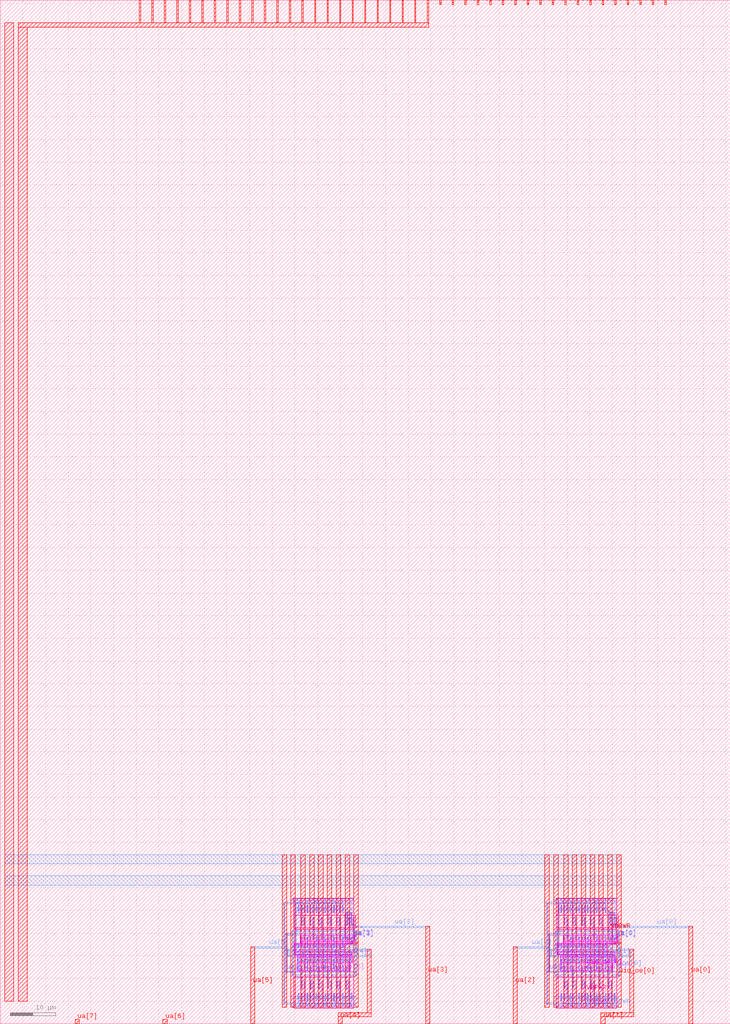
<source format=lef>
VERSION 5.7 ;
  NOWIREEXTENSIONATPIN ON ;
  DIVIDERCHAR "/" ;
  BUSBITCHARS "[]" ;
MACRO tt_um_Onchip_VCOx2
  CLASS BLOCK ;
  FOREIGN tt_um_Onchip_VCOx2 ;
  ORIGIN 0.000 0.000 ;
  SIZE 161.000 BY 225.760 ;
  PIN clk
    PORT
      LAYER met4 ;
        RECT 143.830 224.760 144.130 225.760 ;
    END
  END clk
  PIN ena
    PORT
      LAYER met4 ;
        RECT 146.590 224.760 146.890 225.760 ;
    END
  END ena
  PIN rst_n
    PORT
      LAYER met4 ;
        RECT 141.070 224.760 141.370 225.760 ;
    END
  END rst_n
  PIN ua[0]
    ANTENNADIFFAREA 1.800000 ;
    PORT
      LAYER li1 ;
        RECT 134.905 21.690 135.075 23.460 ;
        RECT 135.805 21.690 135.975 23.460 ;
        RECT 134.905 18.490 135.075 19.180 ;
        RECT 135.805 18.490 135.975 19.180 ;
      LAYER met1 ;
        RECT 134.875 21.960 135.105 23.440 ;
        RECT 135.775 21.960 136.005 23.440 ;
        RECT 134.825 21.690 135.155 21.960 ;
        RECT 135.725 21.690 136.055 21.960 ;
        RECT 136.945 21.480 137.745 21.510 ;
        RECT 134.825 21.210 137.745 21.480 ;
        RECT 136.945 21.180 137.745 21.210 ;
        RECT 134.875 19.145 135.105 19.160 ;
        RECT 135.775 19.145 136.005 19.160 ;
        RECT 134.830 18.885 135.150 19.145 ;
        RECT 135.730 18.885 136.050 19.145 ;
        RECT 134.875 18.510 135.105 18.885 ;
        RECT 135.775 18.510 136.005 18.885 ;
      LAYER met2 ;
        RECT 134.825 21.690 135.155 21.960 ;
        RECT 135.725 21.690 136.055 21.960 ;
        RECT 134.890 21.480 135.090 21.690 ;
        RECT 135.790 21.480 135.990 21.690 ;
        RECT 134.825 21.210 135.155 21.480 ;
        RECT 135.725 21.210 136.055 21.480 ;
        RECT 134.890 19.145 135.090 21.210 ;
        RECT 135.790 19.145 135.990 21.210 ;
        RECT 136.945 21.180 137.745 21.510 ;
        RECT 134.830 18.885 135.150 19.145 ;
        RECT 135.730 18.885 136.050 19.145 ;
      LAYER met3 ;
        RECT 136.945 21.180 152.710 21.510 ;
      LAYER met4 ;
        RECT 151.810 0.000 152.710 21.510 ;
    END
  END ua[0]
  PIN ua[2]
    ANTENNAGATEAREA 2.100000 ;
    PORT
      LAYER li1 ;
        RECT 127.170 19.535 127.520 19.805 ;
        RECT 131.070 19.535 131.420 19.805 ;
        RECT 123.920 11.325 124.270 11.595 ;
        RECT 125.870 11.325 126.220 11.595 ;
        RECT 129.770 11.325 130.120 11.595 ;
        RECT 133.670 11.325 134.020 11.595 ;
      LAYER met1 ;
        RECT 120.910 19.535 136.605 19.805 ;
        RECT 120.885 16.695 121.255 17.025 ;
        RECT 120.455 11.325 136.605 11.595 ;
      LAYER met2 ;
        RECT 120.910 19.535 121.230 19.805 ;
        RECT 120.935 17.025 121.205 19.535 ;
        RECT 120.885 16.695 121.255 17.025 ;
        RECT 120.935 11.595 121.205 16.695 ;
        RECT 120.910 11.325 121.230 11.595 ;
      LAYER met3 ;
        RECT 113.170 16.695 121.255 17.025 ;
      LAYER met4 ;
        RECT 113.170 0.000 114.070 17.025 ;
    END
  END ua[2]
  PIN ua[3]
    ANTENNADIFFAREA 1.800000 ;
    PORT
      LAYER li1 ;
        RECT 76.945 21.690 77.115 23.460 ;
        RECT 77.845 21.690 78.015 23.460 ;
        RECT 76.945 18.490 77.115 19.180 ;
        RECT 77.845 18.490 78.015 19.180 ;
      LAYER met1 ;
        RECT 76.915 21.960 77.145 23.440 ;
        RECT 77.815 21.960 78.045 23.440 ;
        RECT 76.865 21.690 77.195 21.960 ;
        RECT 77.765 21.690 78.095 21.960 ;
        RECT 78.985 21.480 79.785 21.510 ;
        RECT 76.865 21.210 79.785 21.480 ;
        RECT 78.985 21.180 79.785 21.210 ;
        RECT 76.915 19.145 77.145 19.160 ;
        RECT 77.815 19.145 78.045 19.160 ;
        RECT 76.870 18.885 77.190 19.145 ;
        RECT 77.770 18.885 78.090 19.145 ;
        RECT 76.915 18.510 77.145 18.885 ;
        RECT 77.815 18.510 78.045 18.885 ;
      LAYER met2 ;
        RECT 76.865 21.690 77.195 21.960 ;
        RECT 77.765 21.690 78.095 21.960 ;
        RECT 76.930 21.480 77.130 21.690 ;
        RECT 77.830 21.480 78.030 21.690 ;
        RECT 76.865 21.210 77.195 21.480 ;
        RECT 77.765 21.210 78.095 21.480 ;
        RECT 76.930 19.145 77.130 21.210 ;
        RECT 77.830 19.145 78.030 21.210 ;
        RECT 78.985 21.180 79.785 21.510 ;
        RECT 76.870 18.885 77.190 19.145 ;
        RECT 77.770 18.885 78.090 19.145 ;
      LAYER met3 ;
        RECT 78.985 21.180 94.750 21.510 ;
      LAYER met4 ;
        RECT 93.850 0.000 94.750 21.510 ;
    END
  END ua[3]
  PIN ua[4]
    ANTENNAGATEAREA 4.200000 ;
    PORT
      LAYER li1 ;
        RECT 64.980 16.065 65.310 16.395 ;
        RECT 66.620 16.145 66.950 16.315 ;
        RECT 68.570 16.145 68.900 16.315 ;
        RECT 70.520 16.145 70.850 16.315 ;
        RECT 72.470 16.145 72.800 16.315 ;
        RECT 74.420 16.145 74.750 16.315 ;
        RECT 66.620 14.815 66.950 14.985 ;
        RECT 68.570 14.815 68.900 14.985 ;
        RECT 70.520 14.815 70.850 14.985 ;
        RECT 72.470 14.815 72.800 14.985 ;
        RECT 74.420 14.815 74.750 14.985 ;
        RECT 76.370 14.815 76.700 14.985 ;
      LAYER met1 ;
        RECT 63.385 16.065 63.755 16.395 ;
        RECT 64.960 16.065 65.330 16.395 ;
        RECT 66.600 16.065 66.970 16.395 ;
        RECT 68.550 16.065 68.920 16.395 ;
        RECT 70.500 16.065 70.870 16.395 ;
        RECT 72.450 16.065 72.820 16.395 ;
        RECT 74.400 16.065 74.770 16.395 ;
        RECT 63.385 14.735 63.755 15.065 ;
        RECT 66.600 14.735 66.970 15.065 ;
        RECT 68.550 14.735 68.920 15.065 ;
        RECT 70.500 14.735 70.870 15.065 ;
        RECT 72.450 14.735 72.820 15.065 ;
        RECT 74.400 14.735 74.770 15.065 ;
        RECT 76.350 14.735 76.720 15.065 ;
      LAYER met2 ;
        RECT 63.385 16.065 63.755 16.395 ;
        RECT 64.960 16.065 65.330 16.395 ;
        RECT 66.600 16.065 66.970 16.395 ;
        RECT 68.550 16.065 68.920 16.395 ;
        RECT 70.500 16.065 70.870 16.395 ;
        RECT 72.450 16.065 72.820 16.395 ;
        RECT 74.400 16.065 74.770 16.395 ;
        RECT 63.435 15.065 63.705 16.065 ;
        RECT 63.385 14.735 63.755 15.065 ;
        RECT 66.600 14.735 66.970 15.065 ;
        RECT 68.550 14.735 68.920 15.065 ;
        RECT 70.500 14.735 70.870 15.065 ;
        RECT 72.450 14.735 72.820 15.065 ;
        RECT 74.400 14.735 74.770 15.065 ;
        RECT 76.350 14.735 76.720 15.065 ;
      LAYER met3 ;
        RECT 62.515 16.065 81.790 16.395 ;
        RECT 80.890 15.065 81.790 16.065 ;
        RECT 63.385 14.735 81.790 15.065 ;
      LAYER met4 ;
        RECT 80.890 2.400 81.790 16.395 ;
        RECT 74.530 1.500 81.790 2.400 ;
        RECT 74.530 0.000 75.430 1.500 ;
    END
  END ua[4]
  PIN ua[5]
    ANTENNAGATEAREA 2.100000 ;
    PORT
      LAYER li1 ;
        RECT 69.210 19.535 69.560 19.805 ;
        RECT 73.110 19.535 73.460 19.805 ;
        RECT 65.960 11.325 66.310 11.595 ;
        RECT 67.910 11.325 68.260 11.595 ;
        RECT 71.810 11.325 72.160 11.595 ;
        RECT 75.710 11.325 76.060 11.595 ;
      LAYER met1 ;
        RECT 62.950 19.535 78.645 19.805 ;
        RECT 62.925 16.695 63.295 17.025 ;
        RECT 62.495 11.325 78.645 11.595 ;
      LAYER met2 ;
        RECT 62.950 19.535 63.270 19.805 ;
        RECT 62.975 17.025 63.245 19.535 ;
        RECT 62.925 16.695 63.295 17.025 ;
        RECT 62.975 11.595 63.245 16.695 ;
        RECT 62.950 11.325 63.270 11.595 ;
      LAYER met3 ;
        RECT 55.210 16.695 63.295 17.025 ;
      LAYER met4 ;
        RECT 55.210 0.000 56.110 17.025 ;
    END
  END ua[5]
  PIN ua[6]
    PORT
      LAYER met4 ;
        RECT 35.890 0.000 36.790 1.000 ;
    END
  END ua[6]
  PIN ua[7]
    PORT
      LAYER met4 ;
        RECT 16.570 0.000 17.470 1.000 ;
    END
  END ua[7]
  PIN ui_in[0]
    PORT
      LAYER met4 ;
        RECT 138.310 224.760 138.610 225.760 ;
    END
  END ui_in[0]
  PIN ui_in[1]
    PORT
      LAYER met4 ;
        RECT 135.550 224.760 135.850 225.760 ;
    END
  END ui_in[1]
  PIN ui_in[2]
    PORT
      LAYER met4 ;
        RECT 132.790 224.760 133.090 225.760 ;
    END
  END ui_in[2]
  PIN ui_in[3]
    PORT
      LAYER met4 ;
        RECT 130.030 224.760 130.330 225.760 ;
    END
  END ui_in[3]
  PIN ui_in[4]
    PORT
      LAYER met4 ;
        RECT 127.270 224.760 127.570 225.760 ;
    END
  END ui_in[4]
  PIN ui_in[5]
    PORT
      LAYER met4 ;
        RECT 124.510 224.760 124.810 225.760 ;
    END
  END ui_in[5]
  PIN ui_in[6]
    PORT
      LAYER met4 ;
        RECT 121.750 224.760 122.050 225.760 ;
    END
  END ui_in[6]
  PIN ui_in[7]
    PORT
      LAYER met4 ;
        RECT 118.990 224.760 119.290 225.760 ;
    END
  END ui_in[7]
  PIN uio_in[0]
    PORT
      LAYER met4 ;
        RECT 116.230 224.760 116.530 225.760 ;
    END
  END uio_in[0]
  PIN uio_in[1]
    PORT
      LAYER met4 ;
        RECT 113.470 224.760 113.770 225.760 ;
    END
  END uio_in[1]
  PIN uio_in[2]
    PORT
      LAYER met4 ;
        RECT 110.710 224.760 111.010 225.760 ;
    END
  END uio_in[2]
  PIN uio_in[3]
    PORT
      LAYER met4 ;
        RECT 107.950 224.760 108.250 225.760 ;
    END
  END uio_in[3]
  PIN uio_in[4]
    PORT
      LAYER met4 ;
        RECT 105.190 224.760 105.490 225.760 ;
    END
  END uio_in[4]
  PIN uio_in[5]
    PORT
      LAYER met4 ;
        RECT 102.430 224.760 102.730 225.760 ;
    END
  END uio_in[5]
  PIN uio_in[6]
    PORT
      LAYER met4 ;
        RECT 99.670 224.760 99.970 225.760 ;
    END
  END uio_in[6]
  PIN uio_in[7]
    PORT
      LAYER met4 ;
        RECT 96.910 224.760 97.210 225.760 ;
    END
  END uio_in[7]
  PIN uio_oe[0]
    ANTENNAGATEAREA 18.900000 ;
    ANTENNADIFFAREA 32.911999 ;
    PORT
      LAYER pwell ;
        RECT 66.180 18.205 78.210 19.465 ;
        RECT 124.140 18.205 136.170 19.465 ;
        RECT 66.180 17.725 77.765 18.205 ;
        RECT 124.140 17.725 135.725 18.205 ;
        RECT 64.880 17.535 77.765 17.725 ;
        RECT 122.840 17.535 135.725 17.725 ;
        RECT 64.880 15.895 75.840 17.535 ;
        RECT 122.840 15.895 133.800 17.535 ;
        RECT 64.860 15.235 77.640 15.895 ;
        RECT 122.820 15.235 135.600 15.895 ;
        RECT 65.530 14.665 77.640 15.235 ;
        RECT 123.490 14.665 135.600 15.235 ;
        RECT 65.530 13.405 77.790 14.665 ;
        RECT 123.490 13.405 135.750 14.665 ;
        RECT 65.530 11.665 77.140 13.405 ;
        RECT 123.490 11.665 135.100 13.405 ;
      LAYER li1 ;
        RECT 67.675 18.490 67.845 19.180 ;
        RECT 69.625 18.490 69.795 19.180 ;
        RECT 71.575 18.490 71.745 19.180 ;
        RECT 73.525 18.490 73.695 19.180 ;
        RECT 75.475 18.490 75.645 19.180 ;
        RECT 76.495 18.490 76.665 19.180 ;
        RECT 77.395 18.490 77.565 19.180 ;
        RECT 125.635 18.490 125.805 19.180 ;
        RECT 127.585 18.490 127.755 19.180 ;
        RECT 129.535 18.490 129.705 19.180 ;
        RECT 131.485 18.490 131.655 19.180 ;
        RECT 133.435 18.490 133.605 19.180 ;
        RECT 134.455 18.490 134.625 19.180 ;
        RECT 135.355 18.490 135.525 19.180 ;
        RECT 76.435 17.665 77.635 17.955 ;
        RECT 134.395 17.665 135.595 17.955 ;
        RECT 65.725 16.750 65.895 17.440 ;
        RECT 67.025 16.750 67.195 17.440 ;
        RECT 67.675 16.750 67.845 17.440 ;
        RECT 68.975 16.750 69.145 17.440 ;
        RECT 69.625 16.750 69.795 17.440 ;
        RECT 70.925 16.750 71.095 17.440 ;
        RECT 71.575 16.750 71.745 17.440 ;
        RECT 72.875 16.750 73.045 17.440 ;
        RECT 73.525 16.750 73.695 17.440 ;
        RECT 74.825 16.750 74.995 17.440 ;
        RECT 75.475 16.750 75.645 17.440 ;
        RECT 123.685 16.750 123.855 17.440 ;
        RECT 124.985 16.750 125.155 17.440 ;
        RECT 125.635 16.750 125.805 17.440 ;
        RECT 126.935 16.750 127.105 17.440 ;
        RECT 127.585 16.750 127.755 17.440 ;
        RECT 128.885 16.750 129.055 17.440 ;
        RECT 129.535 16.750 129.705 17.440 ;
        RECT 130.835 16.750 131.005 17.440 ;
        RECT 131.485 16.750 131.655 17.440 ;
        RECT 132.785 16.750 132.955 17.440 ;
        RECT 133.435 16.750 133.605 17.440 ;
        RECT 65.970 16.145 66.300 16.315 ;
        RECT 67.270 16.145 67.600 16.315 ;
        RECT 67.920 16.145 68.250 16.315 ;
        RECT 69.220 16.145 69.550 16.315 ;
        RECT 69.870 16.145 70.200 16.315 ;
        RECT 71.170 16.145 71.500 16.315 ;
        RECT 71.820 16.145 72.150 16.315 ;
        RECT 73.120 16.145 73.450 16.315 ;
        RECT 73.770 16.145 74.100 16.315 ;
        RECT 75.070 16.145 75.400 16.315 ;
        RECT 123.930 16.145 124.260 16.315 ;
        RECT 125.230 16.145 125.560 16.315 ;
        RECT 125.880 16.145 126.210 16.315 ;
        RECT 127.180 16.145 127.510 16.315 ;
        RECT 127.830 16.145 128.160 16.315 ;
        RECT 129.130 16.145 129.460 16.315 ;
        RECT 129.780 16.145 130.110 16.315 ;
        RECT 131.080 16.145 131.410 16.315 ;
        RECT 131.730 16.145 132.060 16.315 ;
        RECT 133.030 16.145 133.360 16.315 ;
        RECT 64.990 15.365 77.510 15.765 ;
        RECT 122.950 15.365 135.470 15.765 ;
        RECT 65.970 14.815 66.300 14.985 ;
        RECT 67.270 14.815 67.600 14.985 ;
        RECT 67.920 14.815 68.250 14.985 ;
        RECT 69.220 14.815 69.550 14.985 ;
        RECT 69.870 14.815 70.200 14.985 ;
        RECT 71.170 14.815 71.500 14.985 ;
        RECT 71.820 14.815 72.150 14.985 ;
        RECT 73.120 14.815 73.450 14.985 ;
        RECT 73.770 14.815 74.100 14.985 ;
        RECT 75.070 14.815 75.400 14.985 ;
        RECT 75.720 14.815 76.050 14.985 ;
        RECT 77.020 14.815 77.350 14.985 ;
        RECT 123.930 14.815 124.260 14.985 ;
        RECT 125.230 14.815 125.560 14.985 ;
        RECT 125.880 14.815 126.210 14.985 ;
        RECT 127.180 14.815 127.510 14.985 ;
        RECT 127.830 14.815 128.160 14.985 ;
        RECT 129.130 14.815 129.460 14.985 ;
        RECT 129.780 14.815 130.110 14.985 ;
        RECT 131.080 14.815 131.410 14.985 ;
        RECT 131.730 14.815 132.060 14.985 ;
        RECT 133.030 14.815 133.360 14.985 ;
        RECT 133.680 14.815 134.010 14.985 ;
        RECT 134.980 14.815 135.310 14.985 ;
        RECT 65.725 13.690 65.895 14.380 ;
        RECT 66.375 13.690 66.545 14.380 ;
        RECT 67.675 13.690 67.845 14.380 ;
        RECT 68.325 13.690 68.495 14.380 ;
        RECT 69.625 13.690 69.795 14.380 ;
        RECT 70.275 13.690 70.445 14.380 ;
        RECT 71.575 13.690 71.745 14.380 ;
        RECT 72.225 13.690 72.395 14.380 ;
        RECT 73.525 13.690 73.695 14.380 ;
        RECT 74.175 13.690 74.345 14.380 ;
        RECT 75.475 13.690 75.645 14.380 ;
        RECT 76.125 13.690 76.295 14.380 ;
        RECT 77.425 13.690 77.595 14.380 ;
        RECT 123.685 13.690 123.855 14.380 ;
        RECT 124.335 13.690 124.505 14.380 ;
        RECT 125.635 13.690 125.805 14.380 ;
        RECT 126.285 13.690 126.455 14.380 ;
        RECT 127.585 13.690 127.755 14.380 ;
        RECT 128.235 13.690 128.405 14.380 ;
        RECT 129.535 13.690 129.705 14.380 ;
        RECT 130.185 13.690 130.355 14.380 ;
        RECT 131.485 13.690 131.655 14.380 ;
        RECT 132.135 13.690 132.305 14.380 ;
        RECT 133.435 13.690 133.605 14.380 ;
        RECT 134.085 13.690 134.255 14.380 ;
        RECT 135.385 13.690 135.555 14.380 ;
        RECT 65.725 11.950 65.895 12.640 ;
        RECT 67.675 11.950 67.845 12.640 ;
        RECT 69.625 11.950 69.795 12.640 ;
        RECT 71.575 11.950 71.745 12.640 ;
        RECT 73.525 11.950 73.695 12.640 ;
        RECT 75.475 11.950 75.645 12.640 ;
        RECT 123.685 11.950 123.855 12.640 ;
        RECT 125.635 11.950 125.805 12.640 ;
        RECT 127.585 11.950 127.755 12.640 ;
        RECT 129.535 11.950 129.705 12.640 ;
        RECT 131.485 11.950 131.655 12.640 ;
        RECT 133.435 11.950 133.605 12.640 ;
      LAYER met1 ;
        RECT 67.600 18.510 67.920 19.160 ;
        RECT 69.550 18.510 69.870 19.160 ;
        RECT 71.500 18.510 71.820 19.160 ;
        RECT 73.450 18.510 73.770 19.160 ;
        RECT 75.400 18.510 75.720 19.160 ;
        RECT 76.465 18.785 76.695 19.160 ;
        RECT 77.365 18.785 77.595 19.160 ;
        RECT 76.420 18.525 76.740 18.785 ;
        RECT 77.320 18.525 77.640 18.785 ;
        RECT 76.465 18.510 76.695 18.525 ;
        RECT 77.365 18.510 77.595 18.525 ;
        RECT 125.560 18.510 125.880 19.160 ;
        RECT 127.510 18.510 127.830 19.160 ;
        RECT 129.460 18.510 129.780 19.160 ;
        RECT 131.410 18.510 131.730 19.160 ;
        RECT 133.360 18.510 133.680 19.160 ;
        RECT 134.425 18.785 134.655 19.160 ;
        RECT 135.325 18.785 135.555 19.160 ;
        RECT 134.380 18.525 134.700 18.785 ;
        RECT 135.280 18.525 135.600 18.785 ;
        RECT 134.425 18.510 134.655 18.525 ;
        RECT 135.325 18.510 135.555 18.525 ;
        RECT 76.435 17.665 77.635 17.955 ;
        RECT 134.395 17.665 135.595 17.955 ;
        RECT 65.695 17.345 65.925 17.420 ;
        RECT 66.995 17.345 67.225 17.420 ;
        RECT 67.645 17.345 67.875 17.420 ;
        RECT 68.945 17.345 69.175 17.420 ;
        RECT 69.595 17.345 69.825 17.420 ;
        RECT 70.895 17.345 71.125 17.420 ;
        RECT 71.545 17.345 71.775 17.420 ;
        RECT 72.845 17.345 73.075 17.420 ;
        RECT 73.495 17.345 73.725 17.420 ;
        RECT 74.795 17.345 75.025 17.420 ;
        RECT 75.445 17.345 75.675 17.420 ;
        RECT 123.655 17.345 123.885 17.420 ;
        RECT 124.955 17.345 125.185 17.420 ;
        RECT 125.605 17.345 125.835 17.420 ;
        RECT 126.905 17.345 127.135 17.420 ;
        RECT 127.555 17.345 127.785 17.420 ;
        RECT 128.855 17.345 129.085 17.420 ;
        RECT 129.505 17.345 129.735 17.420 ;
        RECT 130.805 17.345 131.035 17.420 ;
        RECT 131.455 17.345 131.685 17.420 ;
        RECT 132.755 17.345 132.985 17.420 ;
        RECT 133.405 17.345 133.635 17.420 ;
        RECT 65.625 16.845 65.995 17.345 ;
        RECT 66.925 16.845 67.295 17.345 ;
        RECT 67.575 16.845 67.945 17.345 ;
        RECT 68.875 16.845 69.245 17.345 ;
        RECT 69.525 16.845 69.895 17.345 ;
        RECT 70.825 16.845 71.195 17.345 ;
        RECT 71.475 16.845 71.845 17.345 ;
        RECT 72.775 16.845 73.145 17.345 ;
        RECT 73.425 16.845 73.795 17.345 ;
        RECT 74.725 16.845 75.095 17.345 ;
        RECT 75.375 16.845 75.745 17.345 ;
        RECT 123.585 16.845 123.955 17.345 ;
        RECT 124.885 16.845 125.255 17.345 ;
        RECT 125.535 16.845 125.905 17.345 ;
        RECT 126.835 16.845 127.205 17.345 ;
        RECT 127.485 16.845 127.855 17.345 ;
        RECT 128.785 16.845 129.155 17.345 ;
        RECT 129.435 16.845 129.805 17.345 ;
        RECT 130.735 16.845 131.105 17.345 ;
        RECT 131.385 16.845 131.755 17.345 ;
        RECT 132.685 16.845 133.055 17.345 ;
        RECT 133.335 16.845 133.705 17.345 ;
        RECT 65.695 16.770 65.925 16.845 ;
        RECT 66.995 16.770 67.225 16.845 ;
        RECT 67.645 16.770 67.875 16.845 ;
        RECT 68.945 16.770 69.175 16.845 ;
        RECT 69.595 16.770 69.825 16.845 ;
        RECT 70.895 16.770 71.125 16.845 ;
        RECT 71.545 16.770 71.775 16.845 ;
        RECT 72.845 16.770 73.075 16.845 ;
        RECT 73.495 16.770 73.725 16.845 ;
        RECT 74.795 16.770 75.025 16.845 ;
        RECT 75.445 16.770 75.675 16.845 ;
        RECT 123.655 16.770 123.885 16.845 ;
        RECT 124.955 16.770 125.185 16.845 ;
        RECT 125.605 16.770 125.835 16.845 ;
        RECT 126.905 16.770 127.135 16.845 ;
        RECT 127.555 16.770 127.785 16.845 ;
        RECT 128.855 16.770 129.085 16.845 ;
        RECT 129.505 16.770 129.735 16.845 ;
        RECT 130.805 16.770 131.035 16.845 ;
        RECT 131.455 16.770 131.685 16.845 ;
        RECT 132.755 16.770 132.985 16.845 ;
        RECT 133.405 16.770 133.635 16.845 ;
        RECT 65.950 15.765 66.320 16.345 ;
        RECT 67.250 15.765 67.620 16.345 ;
        RECT 67.900 15.765 68.270 16.345 ;
        RECT 69.200 15.765 69.570 16.345 ;
        RECT 69.850 15.765 70.220 16.345 ;
        RECT 71.150 15.765 71.520 16.345 ;
        RECT 71.800 15.765 72.170 16.345 ;
        RECT 73.100 15.765 73.470 16.345 ;
        RECT 73.750 15.765 74.120 16.345 ;
        RECT 75.050 15.765 75.420 16.345 ;
        RECT 123.910 15.765 124.280 16.345 ;
        RECT 125.210 15.765 125.580 16.345 ;
        RECT 125.860 15.765 126.230 16.345 ;
        RECT 127.160 15.765 127.530 16.345 ;
        RECT 127.810 15.765 128.180 16.345 ;
        RECT 129.110 15.765 129.480 16.345 ;
        RECT 129.760 15.765 130.130 16.345 ;
        RECT 131.060 15.765 131.430 16.345 ;
        RECT 131.710 15.765 132.080 16.345 ;
        RECT 133.010 15.765 133.380 16.345 ;
        RECT 64.990 15.365 77.510 15.765 ;
        RECT 122.950 15.365 135.470 15.765 ;
        RECT 65.950 14.785 66.320 15.365 ;
        RECT 67.250 14.785 67.620 15.365 ;
        RECT 67.900 14.785 68.270 15.365 ;
        RECT 69.200 14.785 69.570 15.365 ;
        RECT 69.850 14.785 70.220 15.365 ;
        RECT 71.150 14.785 71.520 15.365 ;
        RECT 71.800 14.785 72.170 15.365 ;
        RECT 73.100 14.785 73.470 15.365 ;
        RECT 73.750 14.785 74.120 15.365 ;
        RECT 75.050 14.785 75.420 15.365 ;
        RECT 75.700 14.785 76.070 15.365 ;
        RECT 77.000 14.785 77.370 15.365 ;
        RECT 123.910 14.785 124.280 15.365 ;
        RECT 125.210 14.785 125.580 15.365 ;
        RECT 125.860 14.785 126.230 15.365 ;
        RECT 127.160 14.785 127.530 15.365 ;
        RECT 127.810 14.785 128.180 15.365 ;
        RECT 129.110 14.785 129.480 15.365 ;
        RECT 129.760 14.785 130.130 15.365 ;
        RECT 131.060 14.785 131.430 15.365 ;
        RECT 131.710 14.785 132.080 15.365 ;
        RECT 133.010 14.785 133.380 15.365 ;
        RECT 133.660 14.785 134.030 15.365 ;
        RECT 134.960 14.785 135.330 15.365 ;
        RECT 65.695 14.285 65.925 14.360 ;
        RECT 66.345 14.285 66.575 14.360 ;
        RECT 67.645 14.285 67.875 14.360 ;
        RECT 68.295 14.285 68.525 14.360 ;
        RECT 69.595 14.285 69.825 14.360 ;
        RECT 70.245 14.285 70.475 14.360 ;
        RECT 71.545 14.285 71.775 14.360 ;
        RECT 72.195 14.285 72.425 14.360 ;
        RECT 73.495 14.285 73.725 14.360 ;
        RECT 74.145 14.285 74.375 14.360 ;
        RECT 75.445 14.285 75.675 14.360 ;
        RECT 76.095 14.285 76.325 14.360 ;
        RECT 77.395 14.285 77.625 14.360 ;
        RECT 123.655 14.285 123.885 14.360 ;
        RECT 124.305 14.285 124.535 14.360 ;
        RECT 125.605 14.285 125.835 14.360 ;
        RECT 126.255 14.285 126.485 14.360 ;
        RECT 127.555 14.285 127.785 14.360 ;
        RECT 128.205 14.285 128.435 14.360 ;
        RECT 129.505 14.285 129.735 14.360 ;
        RECT 130.155 14.285 130.385 14.360 ;
        RECT 131.455 14.285 131.685 14.360 ;
        RECT 132.105 14.285 132.335 14.360 ;
        RECT 133.405 14.285 133.635 14.360 ;
        RECT 134.055 14.285 134.285 14.360 ;
        RECT 135.355 14.285 135.585 14.360 ;
        RECT 65.625 13.785 65.995 14.285 ;
        RECT 66.275 13.785 66.645 14.285 ;
        RECT 67.575 13.785 67.945 14.285 ;
        RECT 68.225 13.785 68.595 14.285 ;
        RECT 69.525 13.785 69.895 14.285 ;
        RECT 70.175 13.785 70.545 14.285 ;
        RECT 71.475 13.785 71.845 14.285 ;
        RECT 72.125 13.785 72.495 14.285 ;
        RECT 73.425 13.785 73.795 14.285 ;
        RECT 74.075 13.785 74.445 14.285 ;
        RECT 75.375 13.785 75.745 14.285 ;
        RECT 76.025 13.785 76.395 14.285 ;
        RECT 77.325 13.785 77.695 14.285 ;
        RECT 123.585 13.785 123.955 14.285 ;
        RECT 124.235 13.785 124.605 14.285 ;
        RECT 125.535 13.785 125.905 14.285 ;
        RECT 126.185 13.785 126.555 14.285 ;
        RECT 127.485 13.785 127.855 14.285 ;
        RECT 128.135 13.785 128.505 14.285 ;
        RECT 129.435 13.785 129.805 14.285 ;
        RECT 130.085 13.785 130.455 14.285 ;
        RECT 131.385 13.785 131.755 14.285 ;
        RECT 132.035 13.785 132.405 14.285 ;
        RECT 133.335 13.785 133.705 14.285 ;
        RECT 133.985 13.785 134.355 14.285 ;
        RECT 135.285 13.785 135.655 14.285 ;
        RECT 65.695 13.710 65.925 13.785 ;
        RECT 66.345 13.710 66.575 13.785 ;
        RECT 67.645 13.710 67.875 13.785 ;
        RECT 68.295 13.710 68.525 13.785 ;
        RECT 69.595 13.710 69.825 13.785 ;
        RECT 70.245 13.710 70.475 13.785 ;
        RECT 71.545 13.710 71.775 13.785 ;
        RECT 72.195 13.710 72.425 13.785 ;
        RECT 73.495 13.710 73.725 13.785 ;
        RECT 74.145 13.710 74.375 13.785 ;
        RECT 75.445 13.710 75.675 13.785 ;
        RECT 76.095 13.710 76.325 13.785 ;
        RECT 77.395 13.710 77.625 13.785 ;
        RECT 123.655 13.710 123.885 13.785 ;
        RECT 124.305 13.710 124.535 13.785 ;
        RECT 125.605 13.710 125.835 13.785 ;
        RECT 126.255 13.710 126.485 13.785 ;
        RECT 127.555 13.710 127.785 13.785 ;
        RECT 128.205 13.710 128.435 13.785 ;
        RECT 129.505 13.710 129.735 13.785 ;
        RECT 130.155 13.710 130.385 13.785 ;
        RECT 131.455 13.710 131.685 13.785 ;
        RECT 132.105 13.710 132.335 13.785 ;
        RECT 133.405 13.710 133.635 13.785 ;
        RECT 134.055 13.710 134.285 13.785 ;
        RECT 135.355 13.710 135.585 13.785 ;
        RECT 65.650 11.970 65.970 12.620 ;
        RECT 67.600 11.970 67.920 12.620 ;
        RECT 69.550 11.970 69.870 12.620 ;
        RECT 71.500 11.970 71.820 12.620 ;
        RECT 73.450 11.970 73.770 12.620 ;
        RECT 75.400 11.970 75.720 12.620 ;
        RECT 123.610 11.970 123.930 12.620 ;
        RECT 125.560 11.970 125.880 12.620 ;
        RECT 127.510 11.970 127.830 12.620 ;
        RECT 129.460 11.970 129.780 12.620 ;
        RECT 131.410 11.970 131.730 12.620 ;
        RECT 133.360 11.970 133.680 12.620 ;
      LAYER met2 ;
        RECT 67.600 18.510 67.920 19.160 ;
        RECT 69.550 18.510 69.870 19.160 ;
        RECT 71.500 18.510 71.820 19.160 ;
        RECT 73.450 18.510 73.770 19.160 ;
        RECT 75.400 18.510 75.720 19.160 ;
        RECT 76.420 18.525 76.740 18.785 ;
        RECT 77.320 18.525 77.640 18.785 ;
        RECT 67.675 17.345 67.845 18.510 ;
        RECT 69.625 17.345 69.795 18.510 ;
        RECT 71.575 17.345 71.745 18.510 ;
        RECT 73.525 17.345 73.695 18.510 ;
        RECT 75.475 17.345 75.645 18.510 ;
        RECT 76.470 17.945 76.670 18.525 ;
        RECT 77.385 17.975 77.585 18.525 ;
        RECT 125.560 18.510 125.880 19.160 ;
        RECT 127.510 18.510 127.830 19.160 ;
        RECT 129.460 18.510 129.780 19.160 ;
        RECT 131.410 18.510 131.730 19.160 ;
        RECT 133.360 18.510 133.680 19.160 ;
        RECT 134.380 18.525 134.700 18.785 ;
        RECT 135.280 18.525 135.600 18.785 ;
        RECT 77.335 17.945 78.185 17.975 ;
        RECT 76.470 17.675 78.185 17.945 ;
        RECT 76.470 17.665 76.670 17.675 ;
        RECT 77.335 17.645 78.185 17.675 ;
        RECT 125.635 17.345 125.805 18.510 ;
        RECT 127.585 17.345 127.755 18.510 ;
        RECT 129.535 17.345 129.705 18.510 ;
        RECT 131.485 17.345 131.655 18.510 ;
        RECT 133.435 17.345 133.605 18.510 ;
        RECT 134.430 17.945 134.630 18.525 ;
        RECT 135.345 17.975 135.545 18.525 ;
        RECT 135.295 17.945 136.145 17.975 ;
        RECT 134.430 17.675 136.145 17.945 ;
        RECT 134.430 17.665 134.630 17.675 ;
        RECT 135.295 17.645 136.145 17.675 ;
        RECT 65.625 16.845 65.995 17.345 ;
        RECT 66.925 16.845 67.295 17.345 ;
        RECT 67.575 16.845 67.945 17.345 ;
        RECT 68.875 16.845 69.245 17.345 ;
        RECT 69.525 16.845 69.895 17.345 ;
        RECT 70.825 16.845 71.195 17.345 ;
        RECT 71.475 16.845 71.845 17.345 ;
        RECT 72.775 16.845 73.145 17.345 ;
        RECT 73.425 16.845 73.795 17.345 ;
        RECT 74.725 16.845 75.095 17.345 ;
        RECT 75.375 16.845 75.745 17.345 ;
        RECT 123.585 16.845 123.955 17.345 ;
        RECT 124.885 16.845 125.255 17.345 ;
        RECT 125.535 16.845 125.905 17.345 ;
        RECT 126.835 16.845 127.205 17.345 ;
        RECT 127.485 16.845 127.855 17.345 ;
        RECT 128.785 16.845 129.155 17.345 ;
        RECT 129.435 16.845 129.805 17.345 ;
        RECT 130.735 16.845 131.105 17.345 ;
        RECT 131.385 16.845 131.755 17.345 ;
        RECT 132.685 16.845 133.055 17.345 ;
        RECT 133.335 16.845 133.705 17.345 ;
        RECT 66.285 15.365 67.285 15.765 ;
        RECT 70.185 15.365 71.185 15.765 ;
        RECT 74.085 15.365 75.085 15.765 ;
        RECT 124.245 15.365 125.245 15.765 ;
        RECT 128.145 15.365 129.145 15.765 ;
        RECT 132.045 15.365 133.045 15.765 ;
        RECT 65.625 13.785 65.995 14.285 ;
        RECT 66.275 13.785 66.645 14.285 ;
        RECT 67.575 13.785 67.945 14.285 ;
        RECT 68.225 13.785 68.595 14.285 ;
        RECT 69.525 13.785 69.895 14.285 ;
        RECT 70.175 13.785 70.545 14.285 ;
        RECT 71.475 13.785 71.845 14.285 ;
        RECT 72.125 13.785 72.495 14.285 ;
        RECT 73.425 13.785 73.795 14.285 ;
        RECT 74.075 13.785 74.445 14.285 ;
        RECT 75.375 13.785 75.745 14.285 ;
        RECT 76.025 13.785 76.395 14.285 ;
        RECT 77.325 13.785 77.695 14.285 ;
        RECT 123.585 13.785 123.955 14.285 ;
        RECT 124.235 13.785 124.605 14.285 ;
        RECT 125.535 13.785 125.905 14.285 ;
        RECT 126.185 13.785 126.555 14.285 ;
        RECT 127.485 13.785 127.855 14.285 ;
        RECT 128.135 13.785 128.505 14.285 ;
        RECT 129.435 13.785 129.805 14.285 ;
        RECT 130.085 13.785 130.455 14.285 ;
        RECT 131.385 13.785 131.755 14.285 ;
        RECT 132.035 13.785 132.405 14.285 ;
        RECT 133.335 13.785 133.705 14.285 ;
        RECT 133.985 13.785 134.355 14.285 ;
        RECT 135.285 13.785 135.655 14.285 ;
        RECT 65.725 12.620 65.895 13.785 ;
        RECT 67.675 12.620 67.845 13.785 ;
        RECT 69.625 12.620 69.795 13.785 ;
        RECT 71.575 12.620 71.745 13.785 ;
        RECT 73.525 12.620 73.695 13.785 ;
        RECT 75.475 12.620 75.645 13.785 ;
        RECT 123.685 12.620 123.855 13.785 ;
        RECT 125.635 12.620 125.805 13.785 ;
        RECT 127.585 12.620 127.755 13.785 ;
        RECT 129.535 12.620 129.705 13.785 ;
        RECT 131.485 12.620 131.655 13.785 ;
        RECT 133.435 12.620 133.605 13.785 ;
        RECT 65.650 11.970 65.970 12.620 ;
        RECT 67.600 11.970 67.920 12.620 ;
        RECT 69.550 11.970 69.870 12.620 ;
        RECT 71.500 11.970 71.820 12.620 ;
        RECT 73.450 11.970 73.770 12.620 ;
        RECT 75.400 11.970 75.720 12.620 ;
        RECT 123.610 11.970 123.930 12.620 ;
        RECT 125.560 11.970 125.880 12.620 ;
        RECT 127.510 11.970 127.830 12.620 ;
        RECT 129.460 11.970 129.780 12.620 ;
        RECT 131.410 11.970 131.730 12.620 ;
        RECT 133.360 11.970 133.680 12.620 ;
      LAYER met3 ;
        RECT 1.000 30.595 136.945 32.595 ;
        RECT 77.335 17.645 78.185 17.975 ;
        RECT 135.295 17.645 136.145 17.975 ;
        RECT 64.115 16.845 78.645 17.345 ;
        RECT 122.075 16.845 136.605 17.345 ;
        RECT 66.285 15.365 67.285 15.765 ;
        RECT 70.185 15.365 71.185 15.765 ;
        RECT 74.085 15.365 75.085 15.765 ;
        RECT 124.245 15.365 125.245 15.765 ;
        RECT 128.145 15.365 129.145 15.765 ;
        RECT 132.045 15.365 133.045 15.765 ;
        RECT 65.625 13.785 77.695 14.285 ;
        RECT 123.585 13.785 135.655 14.285 ;
      LAYER met4 ;
        RECT 30.670 220.760 30.970 225.760 ;
        RECT 33.430 220.760 33.730 225.760 ;
        RECT 36.190 220.760 36.490 225.760 ;
        RECT 38.950 220.760 39.250 225.760 ;
        RECT 41.710 220.760 42.010 225.760 ;
        RECT 44.470 220.760 44.770 225.760 ;
        RECT 47.230 220.760 47.530 225.760 ;
        RECT 49.990 220.760 50.290 225.760 ;
        RECT 52.750 220.760 53.050 225.760 ;
        RECT 55.510 220.760 55.810 225.760 ;
        RECT 58.270 220.760 58.570 225.760 ;
        RECT 61.030 220.760 61.330 225.760 ;
        RECT 63.790 220.760 64.090 225.760 ;
        RECT 66.550 220.760 66.850 225.760 ;
        RECT 69.310 220.760 69.610 225.760 ;
        RECT 72.070 220.760 72.370 225.760 ;
        RECT 74.830 220.760 75.130 225.760 ;
        RECT 77.590 220.760 77.890 225.760 ;
        RECT 80.350 220.760 80.650 225.760 ;
        RECT 83.110 220.760 83.410 225.760 ;
        RECT 85.870 220.760 86.170 225.760 ;
        RECT 88.630 220.760 88.930 225.760 ;
        RECT 91.390 220.760 91.690 225.760 ;
        RECT 94.150 220.760 94.450 225.760 ;
        RECT 4.000 219.760 94.450 220.760 ;
        RECT 4.000 5.000 6.000 219.760 ;
        RECT 62.150 3.585 63.150 37.250 ;
        RECT 66.285 3.585 67.285 37.250 ;
        RECT 70.185 3.585 71.185 37.250 ;
        RECT 74.085 3.585 75.085 37.250 ;
        RECT 77.985 17.975 78.985 37.250 ;
        RECT 77.335 17.645 78.985 17.975 ;
        RECT 77.985 3.585 78.985 17.645 ;
        RECT 120.110 3.585 121.110 37.250 ;
        RECT 124.245 3.585 125.245 37.250 ;
        RECT 128.145 3.585 129.145 37.250 ;
        RECT 132.045 3.585 133.045 37.250 ;
        RECT 135.945 17.975 136.945 37.250 ;
        RECT 135.295 17.645 136.945 17.975 ;
        RECT 135.945 3.585 136.945 17.645 ;
    END
  END uio_oe[0]
  PIN VDPWR
    ANTENNAGATEAREA 30.799999 ;
    ANTENNADIFFAREA 49.711998 ;
    PORT
      LAYER nwell ;
        RECT 64.705 23.955 77.965 27.725 ;
        RECT 122.665 23.955 135.925 27.725 ;
        RECT 64.705 21.195 78.385 23.955 ;
        RECT 122.665 21.195 136.345 23.955 ;
        RECT 64.705 20.855 77.965 21.195 ;
        RECT 122.665 20.855 135.925 21.195 ;
        RECT 64.705 3.405 77.965 10.275 ;
        RECT 122.665 3.405 135.925 10.275 ;
      LAYER li1 ;
        RECT 64.990 27.145 75.560 27.545 ;
        RECT 122.950 27.145 133.520 27.545 ;
        RECT 65.970 26.595 66.300 26.765 ;
        RECT 67.270 26.595 67.600 26.765 ;
        RECT 67.920 26.595 68.250 26.765 ;
        RECT 69.220 26.595 69.550 26.765 ;
        RECT 69.870 26.595 70.200 26.765 ;
        RECT 71.170 26.595 71.500 26.765 ;
        RECT 71.820 26.595 72.150 26.765 ;
        RECT 73.120 26.595 73.450 26.765 ;
        RECT 73.770 26.595 74.100 26.765 ;
        RECT 75.070 26.595 75.400 26.765 ;
        RECT 123.930 26.595 124.260 26.765 ;
        RECT 125.230 26.595 125.560 26.765 ;
        RECT 125.880 26.595 126.210 26.765 ;
        RECT 127.180 26.595 127.510 26.765 ;
        RECT 127.830 26.595 128.160 26.765 ;
        RECT 129.130 26.595 129.460 26.765 ;
        RECT 129.780 26.595 130.110 26.765 ;
        RECT 131.080 26.595 131.410 26.765 ;
        RECT 131.730 26.595 132.060 26.765 ;
        RECT 133.030 26.595 133.360 26.765 ;
        RECT 65.725 24.430 65.895 26.200 ;
        RECT 67.025 24.430 67.195 26.200 ;
        RECT 67.675 24.430 67.845 26.200 ;
        RECT 68.975 24.430 69.145 26.200 ;
        RECT 69.625 24.430 69.795 26.200 ;
        RECT 70.925 24.430 71.095 26.200 ;
        RECT 71.575 24.430 71.745 26.200 ;
        RECT 72.875 24.430 73.045 26.200 ;
        RECT 73.525 24.430 73.695 26.200 ;
        RECT 74.825 24.430 74.995 26.200 ;
        RECT 75.475 24.430 75.645 26.200 ;
        RECT 76.420 24.345 77.620 24.635 ;
        RECT 123.685 24.430 123.855 26.200 ;
        RECT 124.985 24.430 125.155 26.200 ;
        RECT 125.635 24.430 125.805 26.200 ;
        RECT 126.935 24.430 127.105 26.200 ;
        RECT 127.585 24.430 127.755 26.200 ;
        RECT 128.885 24.430 129.055 26.200 ;
        RECT 129.535 24.430 129.705 26.200 ;
        RECT 130.835 24.430 131.005 26.200 ;
        RECT 131.485 24.430 131.655 26.200 ;
        RECT 132.785 24.430 132.955 26.200 ;
        RECT 133.435 24.430 133.605 26.200 ;
        RECT 134.380 24.345 135.580 24.635 ;
        RECT 76.495 21.690 76.665 23.460 ;
        RECT 77.395 21.690 77.565 23.460 ;
        RECT 134.455 21.690 134.625 23.460 ;
        RECT 135.355 21.690 135.525 23.460 ;
        RECT 65.725 4.930 65.895 6.700 ;
        RECT 66.375 4.930 66.545 6.700 ;
        RECT 67.675 4.930 67.845 6.700 ;
        RECT 68.325 4.930 68.495 6.700 ;
        RECT 69.625 4.930 69.795 6.700 ;
        RECT 70.275 4.930 70.445 6.700 ;
        RECT 71.575 4.930 71.745 6.700 ;
        RECT 72.225 4.930 72.395 6.700 ;
        RECT 73.525 4.930 73.695 6.700 ;
        RECT 74.175 4.930 74.345 6.700 ;
        RECT 75.475 4.930 75.645 6.700 ;
        RECT 76.125 4.930 76.295 6.700 ;
        RECT 77.425 4.930 77.595 6.700 ;
        RECT 123.685 4.930 123.855 6.700 ;
        RECT 124.335 4.930 124.505 6.700 ;
        RECT 125.635 4.930 125.805 6.700 ;
        RECT 126.285 4.930 126.455 6.700 ;
        RECT 127.585 4.930 127.755 6.700 ;
        RECT 128.235 4.930 128.405 6.700 ;
        RECT 129.535 4.930 129.705 6.700 ;
        RECT 130.185 4.930 130.355 6.700 ;
        RECT 131.485 4.930 131.655 6.700 ;
        RECT 132.135 4.930 132.305 6.700 ;
        RECT 133.435 4.930 133.605 6.700 ;
        RECT 134.085 4.930 134.255 6.700 ;
        RECT 135.385 4.930 135.555 6.700 ;
        RECT 65.970 4.365 66.300 4.535 ;
        RECT 67.270 4.365 67.600 4.535 ;
        RECT 67.920 4.365 68.250 4.535 ;
        RECT 69.220 4.365 69.550 4.535 ;
        RECT 69.870 4.365 70.200 4.535 ;
        RECT 71.170 4.365 71.500 4.535 ;
        RECT 71.820 4.365 72.150 4.535 ;
        RECT 73.120 4.365 73.450 4.535 ;
        RECT 73.770 4.365 74.100 4.535 ;
        RECT 75.070 4.365 75.400 4.535 ;
        RECT 75.720 4.365 76.050 4.535 ;
        RECT 77.020 4.365 77.350 4.535 ;
        RECT 123.930 4.365 124.260 4.535 ;
        RECT 125.230 4.365 125.560 4.535 ;
        RECT 125.880 4.365 126.210 4.535 ;
        RECT 127.180 4.365 127.510 4.535 ;
        RECT 127.830 4.365 128.160 4.535 ;
        RECT 129.130 4.365 129.460 4.535 ;
        RECT 129.780 4.365 130.110 4.535 ;
        RECT 131.080 4.365 131.410 4.535 ;
        RECT 131.730 4.365 132.060 4.535 ;
        RECT 133.030 4.365 133.360 4.535 ;
        RECT 133.680 4.365 134.010 4.535 ;
        RECT 134.980 4.365 135.310 4.535 ;
        RECT 65.810 3.585 77.510 3.985 ;
        RECT 123.770 3.585 135.470 3.985 ;
      LAYER met1 ;
        RECT 64.115 27.145 77.965 27.545 ;
        RECT 122.075 27.145 135.925 27.545 ;
        RECT 65.950 26.565 66.320 27.145 ;
        RECT 67.250 26.565 67.620 27.145 ;
        RECT 67.900 26.565 68.270 27.145 ;
        RECT 69.200 26.565 69.570 27.145 ;
        RECT 69.850 26.565 70.220 27.145 ;
        RECT 71.150 26.565 71.520 27.145 ;
        RECT 71.800 26.565 72.170 27.145 ;
        RECT 73.100 26.565 73.470 27.145 ;
        RECT 73.750 26.565 74.120 27.145 ;
        RECT 75.050 26.565 75.420 27.145 ;
        RECT 123.910 26.565 124.280 27.145 ;
        RECT 125.210 26.565 125.580 27.145 ;
        RECT 125.860 26.565 126.230 27.145 ;
        RECT 127.160 26.565 127.530 27.145 ;
        RECT 127.810 26.565 128.180 27.145 ;
        RECT 129.110 26.565 129.480 27.145 ;
        RECT 129.760 26.565 130.130 27.145 ;
        RECT 131.060 26.565 131.430 27.145 ;
        RECT 131.710 26.565 132.080 27.145 ;
        RECT 133.010 26.565 133.380 27.145 ;
        RECT 65.695 25.565 65.925 26.180 ;
        RECT 66.995 25.565 67.225 26.180 ;
        RECT 67.645 25.565 67.875 26.180 ;
        RECT 68.945 25.565 69.175 26.180 ;
        RECT 69.595 25.565 69.825 26.180 ;
        RECT 70.895 25.565 71.125 26.180 ;
        RECT 71.545 25.565 71.775 26.180 ;
        RECT 72.845 25.565 73.075 26.180 ;
        RECT 73.495 25.565 73.725 26.180 ;
        RECT 74.795 25.565 75.025 26.180 ;
        RECT 75.445 25.565 75.675 26.180 ;
        RECT 123.655 25.565 123.885 26.180 ;
        RECT 124.955 25.565 125.185 26.180 ;
        RECT 125.605 25.565 125.835 26.180 ;
        RECT 126.905 25.565 127.135 26.180 ;
        RECT 127.555 25.565 127.785 26.180 ;
        RECT 128.855 25.565 129.085 26.180 ;
        RECT 129.505 25.565 129.735 26.180 ;
        RECT 130.805 25.565 131.035 26.180 ;
        RECT 131.455 25.565 131.685 26.180 ;
        RECT 132.755 25.565 132.985 26.180 ;
        RECT 133.405 25.565 133.635 26.180 ;
        RECT 65.625 25.065 65.995 25.565 ;
        RECT 66.925 25.065 67.295 25.565 ;
        RECT 67.575 25.065 67.945 25.565 ;
        RECT 68.875 25.065 69.245 25.565 ;
        RECT 69.525 25.065 69.895 25.565 ;
        RECT 70.825 25.065 71.195 25.565 ;
        RECT 71.475 25.065 71.845 25.565 ;
        RECT 72.775 25.065 73.145 25.565 ;
        RECT 73.425 25.065 73.795 25.565 ;
        RECT 74.725 25.065 75.095 25.565 ;
        RECT 75.375 25.065 75.745 25.565 ;
        RECT 123.585 25.065 123.955 25.565 ;
        RECT 124.885 25.065 125.255 25.565 ;
        RECT 125.535 25.065 125.905 25.565 ;
        RECT 126.835 25.065 127.205 25.565 ;
        RECT 127.485 25.065 127.855 25.565 ;
        RECT 128.785 25.065 129.155 25.565 ;
        RECT 129.435 25.065 129.805 25.565 ;
        RECT 130.735 25.065 131.105 25.565 ;
        RECT 131.385 25.065 131.755 25.565 ;
        RECT 132.685 25.065 133.055 25.565 ;
        RECT 133.335 25.065 133.705 25.565 ;
        RECT 65.695 24.450 65.925 25.065 ;
        RECT 66.995 24.450 67.225 25.065 ;
        RECT 67.645 24.450 67.875 25.065 ;
        RECT 68.945 24.450 69.175 25.065 ;
        RECT 69.595 24.450 69.825 25.065 ;
        RECT 70.895 24.450 71.125 25.065 ;
        RECT 71.545 24.450 71.775 25.065 ;
        RECT 72.845 24.450 73.075 25.065 ;
        RECT 73.495 24.450 73.725 25.065 ;
        RECT 74.795 24.450 75.025 25.065 ;
        RECT 75.445 24.450 75.675 25.065 ;
        RECT 76.420 24.345 77.620 24.635 ;
        RECT 123.655 24.450 123.885 25.065 ;
        RECT 124.955 24.450 125.185 25.065 ;
        RECT 125.605 24.450 125.835 25.065 ;
        RECT 126.905 24.450 127.135 25.065 ;
        RECT 127.555 24.450 127.785 25.065 ;
        RECT 128.855 24.450 129.085 25.065 ;
        RECT 129.505 24.450 129.735 25.065 ;
        RECT 130.805 24.450 131.035 25.065 ;
        RECT 131.455 24.450 131.685 25.065 ;
        RECT 132.755 24.450 132.985 25.065 ;
        RECT 133.405 24.450 133.635 25.065 ;
        RECT 134.380 24.345 135.580 24.635 ;
        RECT 76.465 23.425 76.695 23.440 ;
        RECT 77.365 23.425 77.595 23.440 ;
        RECT 134.425 23.425 134.655 23.440 ;
        RECT 135.325 23.425 135.555 23.440 ;
        RECT 76.420 23.165 76.740 23.425 ;
        RECT 77.320 23.165 77.640 23.425 ;
        RECT 134.380 23.165 134.700 23.425 ;
        RECT 135.280 23.165 135.600 23.425 ;
        RECT 76.465 21.710 76.695 23.165 ;
        RECT 77.365 21.710 77.595 23.165 ;
        RECT 134.425 21.710 134.655 23.165 ;
        RECT 135.325 21.710 135.555 23.165 ;
        RECT 65.695 6.065 65.925 6.680 ;
        RECT 66.345 6.065 66.575 6.680 ;
        RECT 67.645 6.065 67.875 6.680 ;
        RECT 68.295 6.065 68.525 6.680 ;
        RECT 69.595 6.065 69.825 6.680 ;
        RECT 70.245 6.065 70.475 6.680 ;
        RECT 71.545 6.065 71.775 6.680 ;
        RECT 72.195 6.065 72.425 6.680 ;
        RECT 73.495 6.065 73.725 6.680 ;
        RECT 74.145 6.065 74.375 6.680 ;
        RECT 75.445 6.065 75.675 6.680 ;
        RECT 76.095 6.065 76.325 6.680 ;
        RECT 77.395 6.065 77.625 6.680 ;
        RECT 123.655 6.065 123.885 6.680 ;
        RECT 124.305 6.065 124.535 6.680 ;
        RECT 125.605 6.065 125.835 6.680 ;
        RECT 126.255 6.065 126.485 6.680 ;
        RECT 127.555 6.065 127.785 6.680 ;
        RECT 128.205 6.065 128.435 6.680 ;
        RECT 129.505 6.065 129.735 6.680 ;
        RECT 130.155 6.065 130.385 6.680 ;
        RECT 131.455 6.065 131.685 6.680 ;
        RECT 132.105 6.065 132.335 6.680 ;
        RECT 133.405 6.065 133.635 6.680 ;
        RECT 134.055 6.065 134.285 6.680 ;
        RECT 135.355 6.065 135.585 6.680 ;
        RECT 65.625 5.565 65.995 6.065 ;
        RECT 66.275 5.565 66.645 6.065 ;
        RECT 67.575 5.565 67.945 6.065 ;
        RECT 68.225 5.565 68.595 6.065 ;
        RECT 69.525 5.565 69.895 6.065 ;
        RECT 70.175 5.565 70.545 6.065 ;
        RECT 71.475 5.565 71.845 6.065 ;
        RECT 72.125 5.565 72.495 6.065 ;
        RECT 73.425 5.565 73.795 6.065 ;
        RECT 74.075 5.565 74.445 6.065 ;
        RECT 75.375 5.565 75.745 6.065 ;
        RECT 76.025 5.565 76.395 6.065 ;
        RECT 77.325 5.565 77.695 6.065 ;
        RECT 123.585 5.565 123.955 6.065 ;
        RECT 124.235 5.565 124.605 6.065 ;
        RECT 125.535 5.565 125.905 6.065 ;
        RECT 126.185 5.565 126.555 6.065 ;
        RECT 127.485 5.565 127.855 6.065 ;
        RECT 128.135 5.565 128.505 6.065 ;
        RECT 129.435 5.565 129.805 6.065 ;
        RECT 130.085 5.565 130.455 6.065 ;
        RECT 131.385 5.565 131.755 6.065 ;
        RECT 132.035 5.565 132.405 6.065 ;
        RECT 133.335 5.565 133.705 6.065 ;
        RECT 133.985 5.565 134.355 6.065 ;
        RECT 135.285 5.565 135.655 6.065 ;
        RECT 65.695 4.950 65.925 5.565 ;
        RECT 66.345 4.950 66.575 5.565 ;
        RECT 67.645 4.950 67.875 5.565 ;
        RECT 68.295 4.950 68.525 5.565 ;
        RECT 69.595 4.950 69.825 5.565 ;
        RECT 70.245 4.950 70.475 5.565 ;
        RECT 71.545 4.950 71.775 5.565 ;
        RECT 72.195 4.950 72.425 5.565 ;
        RECT 73.495 4.950 73.725 5.565 ;
        RECT 74.145 4.950 74.375 5.565 ;
        RECT 75.445 4.950 75.675 5.565 ;
        RECT 76.095 4.950 76.325 5.565 ;
        RECT 77.395 4.950 77.625 5.565 ;
        RECT 123.655 4.950 123.885 5.565 ;
        RECT 124.305 4.950 124.535 5.565 ;
        RECT 125.605 4.950 125.835 5.565 ;
        RECT 126.255 4.950 126.485 5.565 ;
        RECT 127.555 4.950 127.785 5.565 ;
        RECT 128.205 4.950 128.435 5.565 ;
        RECT 129.505 4.950 129.735 5.565 ;
        RECT 130.155 4.950 130.385 5.565 ;
        RECT 131.455 4.950 131.685 5.565 ;
        RECT 132.105 4.950 132.335 5.565 ;
        RECT 133.405 4.950 133.635 5.565 ;
        RECT 134.055 4.950 134.285 5.565 ;
        RECT 135.355 4.950 135.585 5.565 ;
        RECT 65.950 3.985 66.320 4.565 ;
        RECT 67.250 3.985 67.620 4.565 ;
        RECT 67.900 3.985 68.270 4.565 ;
        RECT 69.200 3.985 69.570 4.565 ;
        RECT 69.850 3.985 70.220 4.565 ;
        RECT 71.150 3.985 71.520 4.565 ;
        RECT 71.800 3.985 72.170 4.565 ;
        RECT 73.100 3.985 73.470 4.565 ;
        RECT 73.750 3.985 74.120 4.565 ;
        RECT 75.050 3.985 75.420 4.565 ;
        RECT 75.700 3.985 76.070 4.565 ;
        RECT 77.000 3.985 77.370 4.565 ;
        RECT 123.910 3.985 124.280 4.565 ;
        RECT 125.210 3.985 125.580 4.565 ;
        RECT 125.860 3.985 126.230 4.565 ;
        RECT 127.160 3.985 127.530 4.565 ;
        RECT 127.810 3.985 128.180 4.565 ;
        RECT 129.110 3.985 129.480 4.565 ;
        RECT 129.760 3.985 130.130 4.565 ;
        RECT 131.060 3.985 131.430 4.565 ;
        RECT 131.710 3.985 132.080 4.565 ;
        RECT 133.010 3.985 133.380 4.565 ;
        RECT 133.660 3.985 134.030 4.565 ;
        RECT 134.960 3.985 135.330 4.565 ;
        RECT 64.115 3.585 78.485 3.985 ;
        RECT 122.075 3.585 136.445 3.985 ;
      LAYER met2 ;
        RECT 64.115 27.145 65.115 27.545 ;
        RECT 68.235 27.145 69.235 27.545 ;
        RECT 72.135 27.145 73.135 27.545 ;
        RECT 76.035 27.145 77.035 27.545 ;
        RECT 122.075 27.145 123.075 27.545 ;
        RECT 126.195 27.145 127.195 27.545 ;
        RECT 130.095 27.145 131.095 27.545 ;
        RECT 133.995 27.145 134.995 27.545 ;
        RECT 65.625 25.065 65.995 25.565 ;
        RECT 66.925 25.065 67.295 25.565 ;
        RECT 67.575 25.065 67.945 25.565 ;
        RECT 68.875 25.065 69.245 25.565 ;
        RECT 69.525 25.065 69.895 25.565 ;
        RECT 70.825 25.065 71.195 25.565 ;
        RECT 71.475 25.065 71.845 25.565 ;
        RECT 72.775 25.065 73.145 25.565 ;
        RECT 73.425 25.065 73.795 25.565 ;
        RECT 74.725 25.065 75.095 25.565 ;
        RECT 75.375 25.065 75.745 25.565 ;
        RECT 123.585 25.065 123.955 25.565 ;
        RECT 124.885 25.065 125.255 25.565 ;
        RECT 125.535 25.065 125.905 25.565 ;
        RECT 126.835 25.065 127.205 25.565 ;
        RECT 127.485 25.065 127.855 25.565 ;
        RECT 128.785 25.065 129.155 25.565 ;
        RECT 129.435 25.065 129.805 25.565 ;
        RECT 130.735 25.065 131.105 25.565 ;
        RECT 131.385 25.065 131.755 25.565 ;
        RECT 132.685 25.065 133.055 25.565 ;
        RECT 133.335 25.065 133.705 25.565 ;
        RECT 76.035 24.625 77.035 24.655 ;
        RECT 133.995 24.625 134.995 24.655 ;
        RECT 76.035 24.355 77.590 24.625 ;
        RECT 133.995 24.355 135.550 24.625 ;
        RECT 76.035 24.325 77.035 24.355 ;
        RECT 76.490 23.425 76.690 24.325 ;
        RECT 77.375 23.425 77.575 24.355 ;
        RECT 133.995 24.325 134.995 24.355 ;
        RECT 134.450 23.425 134.650 24.325 ;
        RECT 135.335 23.425 135.535 24.355 ;
        RECT 76.420 23.165 76.740 23.425 ;
        RECT 77.320 23.165 77.640 23.425 ;
        RECT 134.380 23.165 134.700 23.425 ;
        RECT 135.280 23.165 135.600 23.425 ;
        RECT 65.625 5.565 65.995 6.065 ;
        RECT 66.275 5.565 66.645 6.065 ;
        RECT 67.575 5.565 67.945 6.065 ;
        RECT 68.225 5.565 68.595 6.065 ;
        RECT 69.525 5.565 69.895 6.065 ;
        RECT 70.175 5.565 70.545 6.065 ;
        RECT 71.475 5.565 71.845 6.065 ;
        RECT 72.125 5.565 72.495 6.065 ;
        RECT 73.425 5.565 73.795 6.065 ;
        RECT 74.075 5.565 74.445 6.065 ;
        RECT 75.375 5.565 75.745 6.065 ;
        RECT 76.025 5.565 76.395 6.065 ;
        RECT 77.325 5.565 77.695 6.065 ;
        RECT 123.585 5.565 123.955 6.065 ;
        RECT 124.235 5.565 124.605 6.065 ;
        RECT 125.535 5.565 125.905 6.065 ;
        RECT 126.185 5.565 126.555 6.065 ;
        RECT 127.485 5.565 127.855 6.065 ;
        RECT 128.135 5.565 128.505 6.065 ;
        RECT 129.435 5.565 129.805 6.065 ;
        RECT 130.085 5.565 130.455 6.065 ;
        RECT 131.385 5.565 131.755 6.065 ;
        RECT 132.035 5.565 132.405 6.065 ;
        RECT 133.335 5.565 133.705 6.065 ;
        RECT 133.985 5.565 134.355 6.065 ;
        RECT 135.285 5.565 135.655 6.065 ;
        RECT 64.115 3.585 65.115 3.985 ;
        RECT 68.235 3.585 69.235 3.985 ;
        RECT 72.135 3.585 73.135 3.985 ;
        RECT 76.035 3.585 77.035 3.985 ;
        RECT 122.075 3.585 123.075 3.985 ;
        RECT 126.195 3.585 127.195 3.985 ;
        RECT 130.095 3.585 131.095 3.985 ;
        RECT 133.995 3.585 134.995 3.985 ;
      LAYER met3 ;
        RECT 1.000 35.260 136.945 37.250 ;
        RECT 1.000 35.250 3.000 35.260 ;
        RECT 64.115 35.250 65.115 35.260 ;
        RECT 68.235 35.250 69.235 35.260 ;
        RECT 72.135 35.250 73.135 35.260 ;
        RECT 76.035 35.250 77.035 35.260 ;
        RECT 122.075 35.250 123.075 35.260 ;
        RECT 126.195 35.250 127.195 35.260 ;
        RECT 130.095 35.250 131.095 35.260 ;
        RECT 133.995 35.250 134.995 35.260 ;
        RECT 64.115 27.145 65.115 27.545 ;
        RECT 68.235 27.145 69.235 27.545 ;
        RECT 72.135 27.145 73.135 27.545 ;
        RECT 76.035 27.145 77.035 27.545 ;
        RECT 122.075 27.145 123.075 27.545 ;
        RECT 126.195 27.145 127.195 27.545 ;
        RECT 130.095 27.145 131.095 27.545 ;
        RECT 133.995 27.145 134.995 27.545 ;
        RECT 65.000 25.065 77.965 25.565 ;
        RECT 122.960 25.065 135.925 25.565 ;
        RECT 76.035 24.325 77.035 24.655 ;
        RECT 133.995 24.325 134.995 24.655 ;
        RECT 64.115 5.565 78.485 6.065 ;
        RECT 122.075 5.565 136.445 6.065 ;
        RECT 64.115 3.585 65.115 3.985 ;
        RECT 68.235 3.585 69.235 3.985 ;
        RECT 72.135 3.585 73.135 3.985 ;
        RECT 76.035 3.585 77.035 3.985 ;
        RECT 122.075 3.585 123.075 3.985 ;
        RECT 126.195 3.585 127.195 3.985 ;
        RECT 130.095 3.585 131.095 3.985 ;
        RECT 133.995 3.585 134.995 3.985 ;
      LAYER met4 ;
        RECT 1.000 5.000 3.000 220.760 ;
        RECT 64.115 3.585 65.115 37.250 ;
        RECT 68.235 3.585 69.235 37.250 ;
        RECT 72.135 3.585 73.135 37.250 ;
        RECT 76.035 3.585 77.035 37.250 ;
        RECT 122.075 3.585 123.075 37.250 ;
        RECT 126.195 3.585 127.195 37.250 ;
        RECT 130.095 3.585 131.095 37.250 ;
        RECT 133.995 3.585 134.995 37.250 ;
    END
  END VDPWR
  PIN ua[1]
    ANTENNAGATEAREA 4.200000 ;
    PORT
      LAYER li1 ;
        RECT 122.940 16.065 123.270 16.395 ;
        RECT 124.580 16.145 124.910 16.315 ;
        RECT 126.530 16.145 126.860 16.315 ;
        RECT 128.480 16.145 128.810 16.315 ;
        RECT 130.430 16.145 130.760 16.315 ;
        RECT 132.380 16.145 132.710 16.315 ;
        RECT 124.580 14.815 124.910 14.985 ;
        RECT 126.530 14.815 126.860 14.985 ;
        RECT 128.480 14.815 128.810 14.985 ;
        RECT 130.430 14.815 130.760 14.985 ;
        RECT 132.380 14.815 132.710 14.985 ;
        RECT 134.330 14.815 134.660 14.985 ;
      LAYER met1 ;
        RECT 121.345 16.065 121.715 16.395 ;
        RECT 122.920 16.065 123.290 16.395 ;
        RECT 124.560 16.065 124.930 16.395 ;
        RECT 126.510 16.065 126.880 16.395 ;
        RECT 128.460 16.065 128.830 16.395 ;
        RECT 130.410 16.065 130.780 16.395 ;
        RECT 132.360 16.065 132.730 16.395 ;
        RECT 121.345 14.735 121.715 15.065 ;
        RECT 124.560 14.735 124.930 15.065 ;
        RECT 126.510 14.735 126.880 15.065 ;
        RECT 128.460 14.735 128.830 15.065 ;
        RECT 130.410 14.735 130.780 15.065 ;
        RECT 132.360 14.735 132.730 15.065 ;
        RECT 134.310 14.735 134.680 15.065 ;
      LAYER met2 ;
        RECT 121.345 16.065 121.715 16.395 ;
        RECT 122.920 16.065 123.290 16.395 ;
        RECT 124.560 16.065 124.930 16.395 ;
        RECT 126.510 16.065 126.880 16.395 ;
        RECT 128.460 16.065 128.830 16.395 ;
        RECT 130.410 16.065 130.780 16.395 ;
        RECT 132.360 16.065 132.730 16.395 ;
        RECT 121.395 15.065 121.665 16.065 ;
        RECT 121.345 14.735 121.715 15.065 ;
        RECT 124.560 14.735 124.930 15.065 ;
        RECT 126.510 14.735 126.880 15.065 ;
        RECT 128.460 14.735 128.830 15.065 ;
        RECT 130.410 14.735 130.780 15.065 ;
        RECT 132.360 14.735 132.730 15.065 ;
        RECT 134.310 14.735 134.680 15.065 ;
      LAYER met3 ;
        RECT 120.475 16.065 139.750 16.395 ;
        RECT 138.850 15.065 139.750 16.065 ;
        RECT 121.345 14.735 139.750 15.065 ;
      LAYER met4 ;
        RECT 138.850 2.400 139.750 16.395 ;
        RECT 132.490 1.500 139.750 2.400 ;
        RECT 132.490 0.000 133.390 1.500 ;
    END
  END ua[1]
  OBS
      LAYER li1 ;
        RECT 65.320 26.595 65.650 26.765 ;
        RECT 66.620 26.595 66.950 26.765 ;
        RECT 68.570 26.595 68.900 26.765 ;
        RECT 70.520 26.595 70.850 26.765 ;
        RECT 72.470 26.595 72.800 26.765 ;
        RECT 74.420 26.595 74.750 26.765 ;
        RECT 123.280 26.595 123.610 26.765 ;
        RECT 124.580 26.595 124.910 26.765 ;
        RECT 126.530 26.595 126.860 26.765 ;
        RECT 128.480 26.595 128.810 26.765 ;
        RECT 130.430 26.595 130.760 26.765 ;
        RECT 132.380 26.595 132.710 26.765 ;
        RECT 65.075 24.430 65.245 26.200 ;
        RECT 66.375 24.430 66.545 26.200 ;
        RECT 68.325 24.430 68.495 26.200 ;
        RECT 70.275 24.430 70.445 26.200 ;
        RECT 72.225 24.430 72.395 26.200 ;
        RECT 74.175 24.430 74.345 26.200 ;
        RECT 123.035 24.430 123.205 26.200 ;
        RECT 124.335 24.430 124.505 26.200 ;
        RECT 126.285 24.430 126.455 26.200 ;
        RECT 128.235 24.430 128.405 26.200 ;
        RECT 130.185 24.430 130.355 26.200 ;
        RECT 132.135 24.430 132.305 26.200 ;
        RECT 76.875 23.900 77.675 24.170 ;
        RECT 134.835 23.900 135.635 24.170 ;
        RECT 66.375 21.690 66.545 23.460 ;
        RECT 67.025 21.690 67.195 23.460 ;
        RECT 68.325 21.690 68.495 23.460 ;
        RECT 68.975 21.690 69.145 23.460 ;
        RECT 70.275 21.690 70.445 23.460 ;
        RECT 70.925 21.690 71.095 23.460 ;
        RECT 72.225 21.690 72.395 23.460 ;
        RECT 72.875 21.690 73.045 23.460 ;
        RECT 74.175 21.690 74.345 23.460 ;
        RECT 74.825 21.690 74.995 23.460 ;
        RECT 76.045 21.690 76.215 23.460 ;
        RECT 124.335 21.690 124.505 23.460 ;
        RECT 124.985 21.690 125.155 23.460 ;
        RECT 126.285 21.690 126.455 23.460 ;
        RECT 126.935 21.690 127.105 23.460 ;
        RECT 128.235 21.690 128.405 23.460 ;
        RECT 128.885 21.690 129.055 23.460 ;
        RECT 130.185 21.690 130.355 23.460 ;
        RECT 130.835 21.690 131.005 23.460 ;
        RECT 132.135 21.690 132.305 23.460 ;
        RECT 132.785 21.690 132.955 23.460 ;
        RECT 134.005 21.690 134.175 23.460 ;
        RECT 66.140 20.295 66.470 20.615 ;
        RECT 68.090 20.295 68.420 20.615 ;
        RECT 70.040 20.295 70.370 20.615 ;
        RECT 71.990 20.295 72.320 20.615 ;
        RECT 73.940 20.295 74.270 20.615 ;
        RECT 76.165 20.320 76.495 20.590 ;
        RECT 124.100 20.295 124.430 20.615 ;
        RECT 126.050 20.295 126.380 20.615 ;
        RECT 128.000 20.295 128.330 20.615 ;
        RECT 129.950 20.295 130.280 20.615 ;
        RECT 131.900 20.295 132.230 20.615 ;
        RECT 134.125 20.320 134.455 20.590 ;
        RECT 66.375 18.490 66.545 19.180 ;
        RECT 67.025 18.490 67.195 19.180 ;
        RECT 68.325 18.490 68.495 19.180 ;
        RECT 68.975 18.490 69.145 19.180 ;
        RECT 70.275 18.490 70.445 19.180 ;
        RECT 70.925 18.490 71.095 19.180 ;
        RECT 72.225 18.490 72.395 19.180 ;
        RECT 72.875 18.490 73.045 19.180 ;
        RECT 74.175 18.490 74.345 19.180 ;
        RECT 74.825 18.490 74.995 19.180 ;
        RECT 76.045 18.490 76.215 19.180 ;
        RECT 124.335 18.490 124.505 19.180 ;
        RECT 124.985 18.490 125.155 19.180 ;
        RECT 126.285 18.490 126.455 19.180 ;
        RECT 126.935 18.490 127.105 19.180 ;
        RECT 128.235 18.490 128.405 19.180 ;
        RECT 128.885 18.490 129.055 19.180 ;
        RECT 130.185 18.490 130.355 19.180 ;
        RECT 130.835 18.490 131.005 19.180 ;
        RECT 132.135 18.490 132.305 19.180 ;
        RECT 132.785 18.490 132.955 19.180 ;
        RECT 134.005 18.490 134.175 19.180 ;
        RECT 65.075 16.750 65.245 17.440 ;
        RECT 66.375 16.750 66.545 17.440 ;
        RECT 68.325 16.750 68.495 17.440 ;
        RECT 70.275 16.750 70.445 17.440 ;
        RECT 72.225 16.750 72.395 17.440 ;
        RECT 74.175 16.750 74.345 17.440 ;
        RECT 123.035 16.750 123.205 17.440 ;
        RECT 124.335 16.750 124.505 17.440 ;
        RECT 126.285 16.750 126.455 17.440 ;
        RECT 128.235 16.750 128.405 17.440 ;
        RECT 130.185 16.750 130.355 17.440 ;
        RECT 132.135 16.750 132.305 17.440 ;
        RECT 67.025 13.690 67.195 14.380 ;
        RECT 68.975 13.690 69.145 14.380 ;
        RECT 70.925 13.690 71.095 14.380 ;
        RECT 72.875 13.690 73.045 14.380 ;
        RECT 74.825 13.690 74.995 14.380 ;
        RECT 76.775 13.690 76.945 14.380 ;
        RECT 124.985 13.690 125.155 14.380 ;
        RECT 126.935 13.690 127.105 14.380 ;
        RECT 128.885 13.690 129.055 14.380 ;
        RECT 130.835 13.690 131.005 14.380 ;
        RECT 132.785 13.690 132.955 14.380 ;
        RECT 134.735 13.690 134.905 14.380 ;
        RECT 66.375 11.950 66.545 12.640 ;
        RECT 67.025 11.950 67.195 12.640 ;
        RECT 68.325 11.950 68.495 12.640 ;
        RECT 68.975 11.950 69.145 12.640 ;
        RECT 70.275 11.950 70.445 12.640 ;
        RECT 70.925 11.950 71.095 12.640 ;
        RECT 72.225 11.950 72.395 12.640 ;
        RECT 72.875 11.950 73.045 12.640 ;
        RECT 74.175 11.950 74.345 12.640 ;
        RECT 74.825 11.950 74.995 12.640 ;
        RECT 76.125 11.950 76.295 12.640 ;
        RECT 76.775 11.950 76.945 12.640 ;
        RECT 124.335 11.950 124.505 12.640 ;
        RECT 124.985 11.950 125.155 12.640 ;
        RECT 126.285 11.950 126.455 12.640 ;
        RECT 126.935 11.950 127.105 12.640 ;
        RECT 128.235 11.950 128.405 12.640 ;
        RECT 128.885 11.950 129.055 12.640 ;
        RECT 130.185 11.950 130.355 12.640 ;
        RECT 130.835 11.950 131.005 12.640 ;
        RECT 132.135 11.950 132.305 12.640 ;
        RECT 132.785 11.950 132.955 12.640 ;
        RECT 134.085 11.950 134.255 12.640 ;
        RECT 134.735 11.950 134.905 12.640 ;
        RECT 67.100 10.515 67.430 10.835 ;
        RECT 69.050 10.515 69.380 10.835 ;
        RECT 71.000 10.515 71.330 10.835 ;
        RECT 72.950 10.515 73.280 10.835 ;
        RECT 74.900 10.515 75.230 10.835 ;
        RECT 76.850 10.515 77.180 10.835 ;
        RECT 125.060 10.515 125.390 10.835 ;
        RECT 127.010 10.515 127.340 10.835 ;
        RECT 128.960 10.515 129.290 10.835 ;
        RECT 130.910 10.515 131.240 10.835 ;
        RECT 132.860 10.515 133.190 10.835 ;
        RECT 134.810 10.515 135.140 10.835 ;
        RECT 66.375 7.670 66.545 9.440 ;
        RECT 67.025 7.670 67.195 9.440 ;
        RECT 68.325 7.670 68.495 9.440 ;
        RECT 68.975 7.670 69.145 9.440 ;
        RECT 70.275 7.670 70.445 9.440 ;
        RECT 70.925 7.670 71.095 9.440 ;
        RECT 72.225 7.670 72.395 9.440 ;
        RECT 72.875 7.670 73.045 9.440 ;
        RECT 74.175 7.670 74.345 9.440 ;
        RECT 74.825 7.670 74.995 9.440 ;
        RECT 76.125 7.670 76.295 9.440 ;
        RECT 76.775 7.670 76.945 9.440 ;
        RECT 124.335 7.670 124.505 9.440 ;
        RECT 124.985 7.670 125.155 9.440 ;
        RECT 126.285 7.670 126.455 9.440 ;
        RECT 126.935 7.670 127.105 9.440 ;
        RECT 128.235 7.670 128.405 9.440 ;
        RECT 128.885 7.670 129.055 9.440 ;
        RECT 130.185 7.670 130.355 9.440 ;
        RECT 130.835 7.670 131.005 9.440 ;
        RECT 132.135 7.670 132.305 9.440 ;
        RECT 132.785 7.670 132.955 9.440 ;
        RECT 134.085 7.670 134.255 9.440 ;
        RECT 134.735 7.670 134.905 9.440 ;
        RECT 67.025 4.930 67.195 6.700 ;
        RECT 68.975 4.930 69.145 6.700 ;
        RECT 70.925 4.930 71.095 6.700 ;
        RECT 72.875 4.930 73.045 6.700 ;
        RECT 74.825 4.930 74.995 6.700 ;
        RECT 76.775 4.930 76.945 6.700 ;
        RECT 124.985 4.930 125.155 6.700 ;
        RECT 126.935 4.930 127.105 6.700 ;
        RECT 128.885 4.930 129.055 6.700 ;
        RECT 130.835 4.930 131.005 6.700 ;
        RECT 132.785 4.930 132.955 6.700 ;
        RECT 134.735 4.930 134.905 6.700 ;
        RECT 66.620 4.365 66.950 4.535 ;
        RECT 68.570 4.365 68.900 4.535 ;
        RECT 70.520 4.365 70.850 4.535 ;
        RECT 72.470 4.365 72.800 4.535 ;
        RECT 74.420 4.365 74.750 4.535 ;
        RECT 76.370 4.365 76.700 4.535 ;
        RECT 124.580 4.365 124.910 4.535 ;
        RECT 126.530 4.365 126.860 4.535 ;
        RECT 128.480 4.365 128.810 4.535 ;
        RECT 130.430 4.365 130.760 4.535 ;
        RECT 132.380 4.365 132.710 4.535 ;
        RECT 134.330 4.365 134.660 4.535 ;
      LAYER met1 ;
        RECT 62.465 26.515 62.835 26.845 ;
        RECT 65.000 26.515 65.670 26.845 ;
        RECT 66.600 26.515 66.970 26.845 ;
        RECT 68.550 26.515 68.920 26.845 ;
        RECT 70.500 26.515 70.870 26.845 ;
        RECT 72.450 26.515 72.820 26.845 ;
        RECT 74.400 26.515 74.770 26.845 ;
        RECT 120.425 26.515 120.795 26.845 ;
        RECT 122.960 26.515 123.630 26.845 ;
        RECT 124.560 26.515 124.930 26.845 ;
        RECT 126.510 26.515 126.880 26.845 ;
        RECT 128.460 26.515 128.830 26.845 ;
        RECT 130.410 26.515 130.780 26.845 ;
        RECT 132.360 26.515 132.730 26.845 ;
        RECT 65.000 24.450 65.320 26.180 ;
        RECT 66.345 21.710 66.575 26.180 ;
        RECT 66.950 21.710 67.270 23.440 ;
        RECT 68.295 21.710 68.525 26.180 ;
        RECT 68.900 21.710 69.220 23.440 ;
        RECT 70.245 21.710 70.475 26.180 ;
        RECT 70.850 21.710 71.170 23.440 ;
        RECT 72.195 21.710 72.425 26.180 ;
        RECT 72.800 21.710 73.120 23.440 ;
        RECT 74.145 21.710 74.375 26.180 ;
        RECT 122.960 24.450 123.280 26.180 ;
        RECT 75.990 24.135 76.310 24.165 ;
        RECT 76.875 24.135 77.675 24.170 ;
        RECT 75.990 23.935 77.675 24.135 ;
        RECT 75.990 23.905 76.310 23.935 ;
        RECT 76.875 23.900 77.675 23.935 ;
        RECT 74.750 21.710 75.070 23.440 ;
        RECT 76.015 21.985 76.245 23.440 ;
        RECT 75.970 21.725 76.290 21.985 ;
        RECT 76.015 21.710 76.245 21.725 ;
        RECT 124.305 21.710 124.535 26.180 ;
        RECT 124.910 21.710 125.230 23.440 ;
        RECT 126.255 21.710 126.485 26.180 ;
        RECT 126.860 21.710 127.180 23.440 ;
        RECT 128.205 21.710 128.435 26.180 ;
        RECT 128.810 21.710 129.130 23.440 ;
        RECT 130.155 21.710 130.385 26.180 ;
        RECT 130.760 21.710 131.080 23.440 ;
        RECT 132.105 21.710 132.335 26.180 ;
        RECT 133.950 24.135 134.270 24.165 ;
        RECT 134.835 24.135 135.635 24.170 ;
        RECT 133.950 23.935 135.635 24.135 ;
        RECT 133.950 23.905 134.270 23.935 ;
        RECT 134.835 23.900 135.635 23.935 ;
        RECT 132.710 21.710 133.030 23.440 ;
        RECT 133.975 21.985 134.205 23.440 ;
        RECT 133.930 21.725 134.250 21.985 ;
        RECT 133.975 21.710 134.205 21.725 ;
        RECT 64.455 20.295 66.470 20.615 ;
        RECT 66.950 20.295 68.420 20.615 ;
        RECT 68.900 20.295 70.370 20.615 ;
        RECT 70.850 20.295 72.320 20.615 ;
        RECT 72.800 20.295 74.270 20.615 ;
        RECT 74.750 20.295 78.645 20.615 ;
        RECT 122.415 20.295 124.430 20.615 ;
        RECT 124.910 20.295 126.380 20.615 ;
        RECT 126.860 20.295 128.330 20.615 ;
        RECT 128.810 20.295 130.280 20.615 ;
        RECT 130.760 20.295 132.230 20.615 ;
        RECT 132.710 20.295 136.605 20.615 ;
        RECT 65.000 16.770 65.320 17.420 ;
        RECT 66.345 16.770 66.575 19.160 ;
        RECT 66.950 18.510 67.270 19.160 ;
        RECT 68.295 16.770 68.525 19.160 ;
        RECT 68.900 18.510 69.220 19.160 ;
        RECT 70.245 16.770 70.475 19.160 ;
        RECT 70.850 18.510 71.170 19.160 ;
        RECT 72.195 16.770 72.425 19.160 ;
        RECT 72.800 18.510 73.120 19.160 ;
        RECT 74.145 16.770 74.375 19.160 ;
        RECT 74.750 18.510 75.070 19.160 ;
        RECT 76.015 19.145 76.245 19.160 ;
        RECT 75.970 18.885 76.290 19.145 ;
        RECT 76.015 18.510 76.245 18.885 ;
        RECT 122.960 16.770 123.280 17.420 ;
        RECT 124.305 16.770 124.535 19.160 ;
        RECT 124.910 18.510 125.230 19.160 ;
        RECT 126.255 16.770 126.485 19.160 ;
        RECT 126.860 18.510 127.180 19.160 ;
        RECT 128.205 16.770 128.435 19.160 ;
        RECT 128.810 18.510 129.130 19.160 ;
        RECT 130.155 16.770 130.385 19.160 ;
        RECT 130.760 18.510 131.080 19.160 ;
        RECT 132.105 16.770 132.335 19.160 ;
        RECT 132.710 18.510 133.030 19.160 ;
        RECT 133.975 19.145 134.205 19.160 ;
        RECT 133.930 18.885 134.250 19.145 ;
        RECT 133.975 18.510 134.205 18.885 ;
        RECT 66.300 11.970 66.620 12.620 ;
        RECT 66.995 11.970 67.225 14.360 ;
        RECT 68.250 11.970 68.570 12.620 ;
        RECT 68.945 11.970 69.175 14.360 ;
        RECT 70.200 11.970 70.520 12.620 ;
        RECT 70.895 11.970 71.125 14.360 ;
        RECT 72.150 11.970 72.470 12.620 ;
        RECT 72.845 11.970 73.075 14.360 ;
        RECT 74.100 11.970 74.420 12.620 ;
        RECT 74.795 11.970 75.025 14.360 ;
        RECT 76.050 11.970 76.370 12.620 ;
        RECT 76.745 11.970 76.975 14.360 ;
        RECT 124.260 11.970 124.580 12.620 ;
        RECT 124.955 11.970 125.185 14.360 ;
        RECT 126.210 11.970 126.530 12.620 ;
        RECT 126.905 11.970 127.135 14.360 ;
        RECT 128.160 11.970 128.480 12.620 ;
        RECT 128.855 11.970 129.085 14.360 ;
        RECT 130.110 11.970 130.430 12.620 ;
        RECT 130.805 11.970 131.035 14.360 ;
        RECT 132.060 11.970 132.380 12.620 ;
        RECT 132.755 11.970 132.985 14.360 ;
        RECT 134.010 11.970 134.330 12.620 ;
        RECT 134.705 11.970 134.935 14.360 ;
        RECT 64.455 10.515 66.620 10.835 ;
        RECT 67.100 10.515 68.570 10.835 ;
        RECT 69.050 10.515 70.520 10.835 ;
        RECT 71.000 10.515 72.470 10.835 ;
        RECT 72.950 10.515 74.420 10.835 ;
        RECT 74.900 10.515 76.370 10.835 ;
        RECT 76.850 10.515 78.645 10.835 ;
        RECT 122.415 10.515 124.580 10.835 ;
        RECT 125.060 10.515 126.530 10.835 ;
        RECT 127.010 10.515 128.480 10.835 ;
        RECT 128.960 10.515 130.430 10.835 ;
        RECT 130.910 10.515 132.380 10.835 ;
        RECT 132.860 10.515 134.330 10.835 ;
        RECT 134.810 10.515 136.605 10.835 ;
        RECT 66.300 7.690 66.620 9.420 ;
        RECT 66.995 4.950 67.225 9.420 ;
        RECT 68.250 7.690 68.570 9.420 ;
        RECT 68.945 4.950 69.175 9.420 ;
        RECT 70.200 7.690 70.520 9.420 ;
        RECT 70.895 4.950 71.125 9.420 ;
        RECT 72.150 7.690 72.470 9.420 ;
        RECT 72.845 4.950 73.075 9.420 ;
        RECT 74.100 7.690 74.420 9.420 ;
        RECT 74.795 4.950 75.025 9.420 ;
        RECT 76.050 7.690 76.370 9.420 ;
        RECT 76.745 4.950 76.975 9.420 ;
        RECT 124.260 7.690 124.580 9.420 ;
        RECT 124.955 4.950 125.185 9.420 ;
        RECT 126.210 7.690 126.530 9.420 ;
        RECT 126.905 4.950 127.135 9.420 ;
        RECT 128.160 7.690 128.480 9.420 ;
        RECT 128.855 4.950 129.085 9.420 ;
        RECT 130.110 7.690 130.430 9.420 ;
        RECT 130.805 4.950 131.035 9.420 ;
        RECT 132.060 7.690 132.380 9.420 ;
        RECT 132.755 4.950 132.985 9.420 ;
        RECT 134.010 7.690 134.330 9.420 ;
        RECT 134.705 4.950 134.935 9.420 ;
        RECT 62.465 4.285 62.835 4.615 ;
        RECT 66.600 4.285 66.970 4.615 ;
        RECT 68.550 4.285 68.920 4.615 ;
        RECT 70.500 4.285 70.870 4.615 ;
        RECT 72.450 4.285 72.820 4.615 ;
        RECT 74.400 4.285 74.770 4.615 ;
        RECT 76.350 4.285 76.720 4.615 ;
        RECT 120.425 4.285 120.795 4.615 ;
        RECT 124.560 4.285 124.930 4.615 ;
        RECT 126.510 4.285 126.880 4.615 ;
        RECT 128.460 4.285 128.830 4.615 ;
        RECT 130.410 4.285 130.780 4.615 ;
        RECT 132.360 4.285 132.730 4.615 ;
        RECT 134.310 4.285 134.680 4.615 ;
      LAYER met2 ;
        RECT 62.465 26.515 62.835 26.845 ;
        RECT 65.000 26.515 65.670 26.845 ;
        RECT 66.600 26.515 66.970 26.845 ;
        RECT 68.550 26.515 68.920 26.845 ;
        RECT 70.500 26.515 70.870 26.845 ;
        RECT 72.450 26.515 72.820 26.845 ;
        RECT 74.400 26.515 74.770 26.845 ;
        RECT 120.425 26.515 120.795 26.845 ;
        RECT 122.960 26.515 123.630 26.845 ;
        RECT 124.560 26.515 124.930 26.845 ;
        RECT 126.510 26.515 126.880 26.845 ;
        RECT 128.460 26.515 128.830 26.845 ;
        RECT 130.410 26.515 130.780 26.845 ;
        RECT 132.360 26.515 132.730 26.845 ;
        RECT 62.515 4.615 62.785 26.515 ;
        RECT 64.455 10.515 64.775 20.615 ;
        RECT 65.000 16.770 65.320 26.515 ;
        RECT 75.990 23.905 76.310 24.165 ;
        RECT 66.950 21.710 67.270 23.440 ;
        RECT 68.900 21.710 69.220 23.440 ;
        RECT 70.850 21.710 71.170 23.440 ;
        RECT 72.800 21.710 73.120 23.440 ;
        RECT 74.750 21.710 75.070 23.440 ;
        RECT 76.025 21.985 76.225 23.905 ;
        RECT 75.970 21.725 76.290 21.985 ;
        RECT 66.995 20.615 67.225 21.710 ;
        RECT 68.945 20.615 69.175 21.710 ;
        RECT 70.895 20.615 71.125 21.710 ;
        RECT 72.845 20.615 73.075 21.710 ;
        RECT 74.795 20.615 75.025 21.710 ;
        RECT 66.950 20.295 67.270 20.615 ;
        RECT 68.900 20.295 69.220 20.615 ;
        RECT 70.850 20.295 71.170 20.615 ;
        RECT 72.800 20.295 73.120 20.615 ;
        RECT 74.750 20.295 75.070 20.615 ;
        RECT 66.995 19.160 67.225 20.295 ;
        RECT 68.945 19.160 69.175 20.295 ;
        RECT 70.895 19.160 71.125 20.295 ;
        RECT 72.845 19.160 73.075 20.295 ;
        RECT 74.795 19.160 75.025 20.295 ;
        RECT 66.950 18.510 67.270 19.160 ;
        RECT 68.900 18.510 69.220 19.160 ;
        RECT 70.850 18.510 71.170 19.160 ;
        RECT 72.800 18.510 73.120 19.160 ;
        RECT 74.750 18.510 75.070 19.160 ;
        RECT 76.025 19.145 76.225 21.725 ;
        RECT 75.970 18.885 76.290 19.145 ;
        RECT 66.300 11.970 66.620 12.620 ;
        RECT 68.250 11.970 68.570 12.620 ;
        RECT 70.200 11.970 70.520 12.620 ;
        RECT 72.150 11.970 72.470 12.620 ;
        RECT 74.100 11.970 74.420 12.620 ;
        RECT 76.050 11.970 76.370 12.620 ;
        RECT 66.345 10.835 66.575 11.970 ;
        RECT 68.295 10.835 68.525 11.970 ;
        RECT 70.245 10.835 70.475 11.970 ;
        RECT 72.195 10.835 72.425 11.970 ;
        RECT 74.145 10.835 74.375 11.970 ;
        RECT 76.095 10.835 76.325 11.970 ;
        RECT 66.300 10.515 66.620 10.835 ;
        RECT 68.250 10.515 68.570 10.835 ;
        RECT 70.200 10.515 70.520 10.835 ;
        RECT 72.150 10.515 72.470 10.835 ;
        RECT 74.100 10.515 74.420 10.835 ;
        RECT 76.050 10.515 76.370 10.835 ;
        RECT 78.325 10.515 78.645 20.615 ;
        RECT 66.345 9.420 66.575 10.515 ;
        RECT 68.295 9.420 68.525 10.515 ;
        RECT 70.245 9.420 70.475 10.515 ;
        RECT 72.195 9.420 72.425 10.515 ;
        RECT 74.145 9.420 74.375 10.515 ;
        RECT 76.095 9.420 76.325 10.515 ;
        RECT 66.300 7.690 66.620 9.420 ;
        RECT 68.250 7.690 68.570 9.420 ;
        RECT 70.200 7.690 70.520 9.420 ;
        RECT 72.150 7.690 72.470 9.420 ;
        RECT 74.100 7.690 74.420 9.420 ;
        RECT 76.050 7.690 76.370 9.420 ;
        RECT 120.475 4.615 120.745 26.515 ;
        RECT 122.415 10.515 122.735 20.615 ;
        RECT 122.960 16.770 123.280 26.515 ;
        RECT 133.950 23.905 134.270 24.165 ;
        RECT 124.910 21.710 125.230 23.440 ;
        RECT 126.860 21.710 127.180 23.440 ;
        RECT 128.810 21.710 129.130 23.440 ;
        RECT 130.760 21.710 131.080 23.440 ;
        RECT 132.710 21.710 133.030 23.440 ;
        RECT 133.985 21.985 134.185 23.905 ;
        RECT 133.930 21.725 134.250 21.985 ;
        RECT 124.955 20.615 125.185 21.710 ;
        RECT 126.905 20.615 127.135 21.710 ;
        RECT 128.855 20.615 129.085 21.710 ;
        RECT 130.805 20.615 131.035 21.710 ;
        RECT 132.755 20.615 132.985 21.710 ;
        RECT 124.910 20.295 125.230 20.615 ;
        RECT 126.860 20.295 127.180 20.615 ;
        RECT 128.810 20.295 129.130 20.615 ;
        RECT 130.760 20.295 131.080 20.615 ;
        RECT 132.710 20.295 133.030 20.615 ;
        RECT 124.955 19.160 125.185 20.295 ;
        RECT 126.905 19.160 127.135 20.295 ;
        RECT 128.855 19.160 129.085 20.295 ;
        RECT 130.805 19.160 131.035 20.295 ;
        RECT 132.755 19.160 132.985 20.295 ;
        RECT 124.910 18.510 125.230 19.160 ;
        RECT 126.860 18.510 127.180 19.160 ;
        RECT 128.810 18.510 129.130 19.160 ;
        RECT 130.760 18.510 131.080 19.160 ;
        RECT 132.710 18.510 133.030 19.160 ;
        RECT 133.985 19.145 134.185 21.725 ;
        RECT 133.930 18.885 134.250 19.145 ;
        RECT 124.260 11.970 124.580 12.620 ;
        RECT 126.210 11.970 126.530 12.620 ;
        RECT 128.160 11.970 128.480 12.620 ;
        RECT 130.110 11.970 130.430 12.620 ;
        RECT 132.060 11.970 132.380 12.620 ;
        RECT 134.010 11.970 134.330 12.620 ;
        RECT 124.305 10.835 124.535 11.970 ;
        RECT 126.255 10.835 126.485 11.970 ;
        RECT 128.205 10.835 128.435 11.970 ;
        RECT 130.155 10.835 130.385 11.970 ;
        RECT 132.105 10.835 132.335 11.970 ;
        RECT 134.055 10.835 134.285 11.970 ;
        RECT 124.260 10.515 124.580 10.835 ;
        RECT 126.210 10.515 126.530 10.835 ;
        RECT 128.160 10.515 128.480 10.835 ;
        RECT 130.110 10.515 130.430 10.835 ;
        RECT 132.060 10.515 132.380 10.835 ;
        RECT 134.010 10.515 134.330 10.835 ;
        RECT 136.285 10.515 136.605 20.615 ;
        RECT 124.305 9.420 124.535 10.515 ;
        RECT 126.255 9.420 126.485 10.515 ;
        RECT 128.205 9.420 128.435 10.515 ;
        RECT 130.155 9.420 130.385 10.515 ;
        RECT 132.105 9.420 132.335 10.515 ;
        RECT 134.055 9.420 134.285 10.515 ;
        RECT 124.260 7.690 124.580 9.420 ;
        RECT 126.210 7.690 126.530 9.420 ;
        RECT 128.160 7.690 128.480 9.420 ;
        RECT 130.110 7.690 130.430 9.420 ;
        RECT 132.060 7.690 132.380 9.420 ;
        RECT 134.010 7.690 134.330 9.420 ;
        RECT 62.465 4.285 62.835 4.615 ;
        RECT 66.600 4.285 66.970 4.615 ;
        RECT 68.550 4.285 68.920 4.615 ;
        RECT 70.500 4.285 70.870 4.615 ;
        RECT 72.450 4.285 72.820 4.615 ;
        RECT 74.400 4.285 74.770 4.615 ;
        RECT 76.350 4.285 76.720 4.615 ;
        RECT 120.425 4.285 120.795 4.615 ;
        RECT 124.560 4.285 124.930 4.615 ;
        RECT 126.510 4.285 126.880 4.615 ;
        RECT 128.460 4.285 128.830 4.615 ;
        RECT 130.410 4.285 130.780 4.615 ;
        RECT 132.360 4.285 132.730 4.615 ;
        RECT 134.310 4.285 134.680 4.615 ;
      LAYER met3 ;
        RECT 62.465 26.515 77.965 26.845 ;
        RECT 120.425 26.515 135.925 26.845 ;
        RECT 62.465 4.285 78.485 4.615 ;
        RECT 120.425 4.285 136.445 4.615 ;
  END
END tt_um_Onchip_VCOx2
END LIBRARY


</source>
